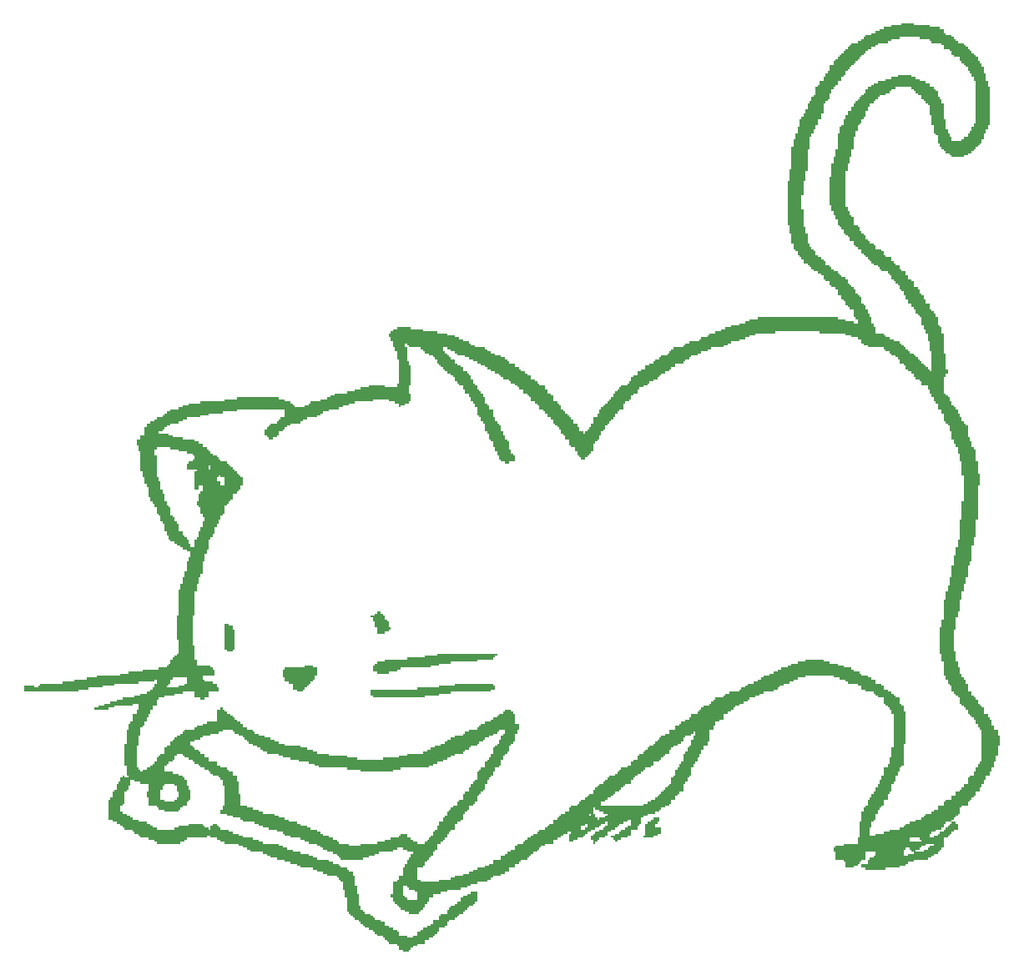
<source format=gbo>
G04*
G04 #@! TF.GenerationSoftware,Altium Limited,Altium Designer,19.0.10 (269)*
G04*
G04 Layer_Color=32896*
%FSLAX25Y25*%
%MOIN*%
G70*
G01*
G75*
G36*
X636200Y479200D02*
X642600D01*
Y478400D01*
X646600D01*
Y477600D01*
X648200D01*
Y476800D01*
Y476000D01*
X649000D01*
Y475200D01*
X651400D01*
Y474400D01*
X652200D01*
Y473600D01*
X653000D01*
Y472800D01*
X653800D01*
Y472000D01*
X656200D01*
Y471200D01*
X657000D01*
Y470400D01*
X657800D01*
Y469600D01*
X658600D01*
Y468800D01*
X659400D01*
Y468000D01*
X660200D01*
Y467200D01*
X661000D01*
Y466400D01*
X661800D01*
Y465600D01*
Y464800D01*
X662600D01*
Y464000D01*
X663400D01*
Y463200D01*
Y462400D01*
X664200D01*
Y461600D01*
Y460800D01*
Y460000D01*
X665000D01*
Y459200D01*
Y458400D01*
Y457600D01*
Y456800D01*
X665800D01*
Y456000D01*
Y455200D01*
Y454400D01*
X666600D01*
Y453600D01*
Y452800D01*
Y452000D01*
Y451200D01*
Y450400D01*
Y449600D01*
Y448800D01*
Y448000D01*
Y447200D01*
Y446400D01*
Y445600D01*
Y444800D01*
Y444000D01*
Y443200D01*
Y442400D01*
Y441600D01*
Y440800D01*
Y440000D01*
Y439200D01*
X665800D01*
Y438400D01*
Y437600D01*
X665000D01*
Y436800D01*
Y436000D01*
X664200D01*
Y435200D01*
Y434400D01*
Y433600D01*
X663400D01*
Y432800D01*
Y432000D01*
X662600D01*
Y431200D01*
X661800D01*
Y430400D01*
X661000D01*
Y429600D01*
X660200D01*
Y428800D01*
X659400D01*
Y428000D01*
X657800D01*
Y427200D01*
X656200D01*
Y426400D01*
X651400D01*
Y427200D01*
X650600D01*
Y428000D01*
X649000D01*
Y428800D01*
X648200D01*
Y429600D01*
X647400D01*
Y430400D01*
X646600D01*
Y431200D01*
Y432000D01*
X645800D01*
Y432800D01*
Y433600D01*
Y434400D01*
Y435200D01*
X645000D01*
Y436000D01*
X644200D01*
Y436800D01*
Y437600D01*
Y438400D01*
Y439200D01*
X643400D01*
Y440000D01*
Y440800D01*
Y441600D01*
Y442400D01*
Y443200D01*
X642600D01*
Y444000D01*
Y444800D01*
Y445600D01*
Y446400D01*
Y447200D01*
X641800D01*
Y448000D01*
X641000D01*
Y448800D01*
X640200D01*
Y449600D01*
X639400D01*
Y450400D01*
Y451200D01*
X637800D01*
Y452000D01*
X637000D01*
Y452800D01*
X636200D01*
Y453600D01*
X635400D01*
Y454400D01*
X629000D01*
Y453600D01*
X627400D01*
Y452800D01*
X626600D01*
Y452000D01*
X625000D01*
Y451200D01*
X622600D01*
Y450400D01*
X621800D01*
Y449600D01*
X621000D01*
Y448800D01*
X620200D01*
Y448000D01*
X618600D01*
Y447200D01*
Y446400D01*
X617800D01*
Y445600D01*
Y444800D01*
X617000D01*
Y444000D01*
Y443200D01*
Y442400D01*
X616200D01*
Y441600D01*
X615400D01*
Y440800D01*
Y440000D01*
X614600D01*
Y439200D01*
X613800D01*
Y438400D01*
Y437600D01*
Y436800D01*
X613000D01*
Y436000D01*
Y435200D01*
Y434400D01*
X612200D01*
Y433600D01*
Y432800D01*
Y432000D01*
Y431200D01*
Y430400D01*
Y429600D01*
X611400D01*
Y428800D01*
Y428000D01*
Y427200D01*
Y426400D01*
X610600D01*
Y425600D01*
Y424800D01*
Y424000D01*
X609800D01*
Y423200D01*
Y422400D01*
Y421600D01*
Y420800D01*
X609000D01*
Y420000D01*
Y419200D01*
Y418400D01*
Y417600D01*
Y416800D01*
Y416000D01*
Y415200D01*
Y414400D01*
Y413600D01*
Y412800D01*
Y412000D01*
Y411200D01*
Y410400D01*
Y409600D01*
Y408800D01*
Y408000D01*
Y407200D01*
Y406400D01*
X609800D01*
Y405600D01*
Y404800D01*
X610600D01*
Y404000D01*
Y403200D01*
X611400D01*
Y402400D01*
X612200D01*
Y401600D01*
Y400800D01*
Y400000D01*
Y399200D01*
X613800D01*
Y398400D01*
X614600D01*
Y397600D01*
Y396800D01*
X615400D01*
Y396000D01*
X616200D01*
Y395200D01*
X617000D01*
Y394400D01*
Y393600D01*
X617800D01*
Y392800D01*
X618600D01*
Y392000D01*
X620200D01*
Y391200D01*
X621000D01*
Y390400D01*
Y389600D01*
X623400D01*
Y388800D01*
X624200D01*
Y388000D01*
Y387200D01*
X625000D01*
Y386400D01*
X627400D01*
Y385600D01*
Y384800D01*
X628200D01*
Y384000D01*
X629000D01*
Y383200D01*
X630600D01*
Y382400D01*
Y381600D01*
X631400D01*
Y380800D01*
X633000D01*
Y380000D01*
Y379200D01*
X633800D01*
Y378400D01*
Y377600D01*
X635400D01*
Y376800D01*
X636200D01*
Y376000D01*
Y375200D01*
Y374400D01*
X637800D01*
Y373600D01*
X638600D01*
Y372800D01*
Y372000D01*
X639400D01*
Y371200D01*
X640200D01*
Y370400D01*
Y369600D01*
X641000D01*
Y368800D01*
Y368000D01*
X642600D01*
Y367200D01*
Y366400D01*
Y365600D01*
X643400D01*
Y364800D01*
X644200D01*
Y364000D01*
X645000D01*
Y363200D01*
Y362400D01*
X645800D01*
Y361600D01*
Y360800D01*
Y360000D01*
Y359200D01*
X646600D01*
Y358400D01*
X647400D01*
Y357600D01*
Y356800D01*
Y356000D01*
X648200D01*
Y355200D01*
Y354400D01*
Y353600D01*
Y352800D01*
Y352000D01*
Y351200D01*
Y350400D01*
Y349600D01*
Y348800D01*
Y348000D01*
X649000D01*
Y347200D01*
Y346400D01*
Y345600D01*
Y344800D01*
Y344000D01*
Y343200D01*
Y342400D01*
Y341600D01*
X649800D01*
Y340800D01*
Y340000D01*
X649000D01*
Y339200D01*
Y338400D01*
X648200D01*
Y337600D01*
Y336800D01*
Y336000D01*
Y335200D01*
Y334400D01*
Y333600D01*
Y332800D01*
Y332000D01*
X649000D01*
Y331200D01*
X649800D01*
Y330400D01*
X650600D01*
Y329600D01*
Y328800D01*
X651400D01*
Y328000D01*
Y327200D01*
X652200D01*
Y326400D01*
X653000D01*
Y325600D01*
X653800D01*
Y324800D01*
Y324000D01*
X654600D01*
Y323200D01*
Y322400D01*
X655400D01*
Y321600D01*
Y320800D01*
X656200D01*
Y320000D01*
X657000D01*
Y319200D01*
X657800D01*
Y318400D01*
Y317600D01*
Y316800D01*
Y316000D01*
Y315200D01*
Y314400D01*
X658600D01*
Y313600D01*
Y312800D01*
X659400D01*
Y312000D01*
Y311200D01*
Y310400D01*
X660200D01*
Y309600D01*
X661000D01*
Y308800D01*
Y308000D01*
Y307200D01*
Y306400D01*
Y305600D01*
Y304800D01*
X661800D01*
Y304000D01*
Y303200D01*
Y302400D01*
Y301600D01*
Y300800D01*
Y300000D01*
X662600D01*
Y299200D01*
Y298400D01*
Y297600D01*
Y296800D01*
Y296000D01*
Y295200D01*
X661800D01*
Y294400D01*
Y293600D01*
Y292800D01*
Y292000D01*
Y291200D01*
Y290400D01*
Y289600D01*
Y288800D01*
Y288000D01*
Y287200D01*
Y286400D01*
Y285600D01*
Y284800D01*
Y284000D01*
Y283200D01*
Y282400D01*
Y281600D01*
X661000D01*
Y280800D01*
Y280000D01*
Y279200D01*
Y278400D01*
Y277600D01*
Y276800D01*
Y276000D01*
Y275200D01*
Y274400D01*
X660200D01*
Y273600D01*
Y272800D01*
Y272000D01*
Y271200D01*
X659400D01*
Y270400D01*
Y269600D01*
Y268800D01*
Y268000D01*
Y267200D01*
Y266400D01*
Y265600D01*
Y264800D01*
X658600D01*
Y264000D01*
Y263200D01*
X657800D01*
Y262400D01*
Y261600D01*
Y260800D01*
Y260000D01*
Y259200D01*
Y258400D01*
X657000D01*
Y257600D01*
Y256800D01*
Y256000D01*
X656200D01*
Y255200D01*
Y254400D01*
Y253600D01*
Y252800D01*
X655400D01*
Y252000D01*
Y251200D01*
Y250400D01*
Y249600D01*
X654600D01*
Y248800D01*
Y248000D01*
Y247200D01*
Y246400D01*
Y245600D01*
Y244800D01*
X653800D01*
Y244000D01*
Y243200D01*
Y242400D01*
X653000D01*
Y241600D01*
Y240800D01*
Y240000D01*
Y239200D01*
Y238400D01*
Y237600D01*
X652200D01*
Y236800D01*
Y236000D01*
Y235200D01*
Y234400D01*
Y233600D01*
Y232800D01*
Y232000D01*
Y231200D01*
Y230400D01*
Y229600D01*
Y228800D01*
X653000D01*
Y228000D01*
Y227200D01*
Y226400D01*
Y225600D01*
Y224800D01*
X653800D01*
Y224000D01*
Y223200D01*
Y222400D01*
X654600D01*
Y221600D01*
Y220800D01*
Y220000D01*
X655400D01*
Y219200D01*
Y218400D01*
X656200D01*
Y217600D01*
X657000D01*
Y216800D01*
Y216000D01*
X657800D01*
Y215200D01*
Y214400D01*
Y213600D01*
Y212800D01*
X659400D01*
Y212000D01*
Y211200D01*
X660200D01*
Y210400D01*
X661000D01*
Y209600D01*
X661800D01*
Y208800D01*
Y208000D01*
X662600D01*
Y207200D01*
X663400D01*
Y206400D01*
X664200D01*
Y205600D01*
Y204800D01*
Y204000D01*
X665800D01*
Y203200D01*
Y202400D01*
X666600D01*
Y201600D01*
X667400D01*
Y200800D01*
Y200000D01*
Y199200D01*
X668200D01*
Y198400D01*
Y197600D01*
X669800D01*
Y196800D01*
Y196000D01*
Y195200D01*
X670600D01*
Y194400D01*
Y193600D01*
Y192800D01*
Y192000D01*
Y191200D01*
X669800D01*
Y190400D01*
Y189600D01*
Y188800D01*
Y188000D01*
Y187200D01*
X669000D01*
Y186400D01*
Y185600D01*
Y184800D01*
X668200D01*
Y184000D01*
Y183200D01*
Y182400D01*
X667400D01*
Y181600D01*
Y180800D01*
X666600D01*
Y180000D01*
Y179200D01*
X665000D01*
Y178400D01*
Y177600D01*
X664200D01*
Y176800D01*
Y176000D01*
X663400D01*
Y175200D01*
Y174400D01*
X662600D01*
Y173600D01*
Y172800D01*
X661000D01*
Y172000D01*
Y171200D01*
X660200D01*
Y170400D01*
X659400D01*
Y169600D01*
X658600D01*
Y168800D01*
X657800D01*
Y168000D01*
Y167200D01*
X655400D01*
Y166400D01*
X654600D01*
Y165600D01*
Y164800D01*
Y164000D01*
X653800D01*
Y163200D01*
X653000D01*
Y162400D01*
X652200D01*
Y161600D01*
X651400D01*
Y160800D01*
X653000D01*
Y160000D01*
X653800D01*
Y159200D01*
Y158400D01*
Y157600D01*
X652200D01*
Y156800D01*
X651400D01*
Y156000D01*
X650600D01*
Y155200D01*
X649800D01*
Y154400D01*
X648200D01*
Y153600D01*
Y152800D01*
Y152000D01*
Y151200D01*
Y150400D01*
X647400D01*
Y149600D01*
X646600D01*
Y148800D01*
X645800D01*
Y148000D01*
X644200D01*
Y147200D01*
X643400D01*
Y146400D01*
X641800D01*
Y145600D01*
X636200D01*
Y144800D01*
X633800D01*
Y144000D01*
X633000D01*
Y143200D01*
X630600D01*
Y142400D01*
X625000D01*
Y141600D01*
X617000D01*
Y142400D01*
X615400D01*
Y143200D01*
Y144000D01*
X617800D01*
Y144800D01*
Y145600D01*
X618600D01*
Y146400D01*
X620200D01*
Y147200D01*
X621000D01*
Y148000D01*
Y148800D01*
X617000D01*
Y148000D01*
Y147200D01*
Y146400D01*
Y145600D01*
X615400D01*
Y144800D01*
X614600D01*
Y144000D01*
X613800D01*
Y143200D01*
X612200D01*
Y142400D01*
X609000D01*
Y143200D01*
Y144000D01*
Y144800D01*
X608200D01*
Y145600D01*
X605000D01*
Y146400D01*
Y147200D01*
Y148000D01*
Y148800D01*
X604200D01*
Y149600D01*
Y150400D01*
X605000D01*
Y151200D01*
X608200D01*
Y152000D01*
X613800D01*
Y152800D01*
Y153600D01*
Y154400D01*
X614600D01*
Y155200D01*
Y156000D01*
Y156800D01*
Y157600D01*
Y158400D01*
Y159200D01*
Y160000D01*
Y160800D01*
X615400D01*
Y161600D01*
Y162400D01*
Y163200D01*
Y164000D01*
Y164800D01*
X616200D01*
Y165600D01*
Y166400D01*
X617000D01*
Y167200D01*
X617800D01*
Y168000D01*
Y168800D01*
Y169600D01*
X618600D01*
Y170400D01*
X619400D01*
Y171200D01*
Y172000D01*
X620200D01*
Y172800D01*
X621000D01*
Y173600D01*
Y174400D01*
X621800D01*
Y175200D01*
Y176000D01*
X622600D01*
Y176800D01*
Y177600D01*
X623400D01*
Y178400D01*
Y179200D01*
X624200D01*
Y180000D01*
Y180800D01*
Y181600D01*
Y182400D01*
X625800D01*
Y183200D01*
Y184000D01*
X626600D01*
Y184800D01*
Y185600D01*
Y186400D01*
X627400D01*
Y187200D01*
Y188000D01*
Y188800D01*
Y189600D01*
Y190400D01*
X628200D01*
Y191200D01*
Y192000D01*
Y192800D01*
Y193600D01*
Y194400D01*
Y195200D01*
Y196000D01*
Y196800D01*
Y197600D01*
Y198400D01*
Y199200D01*
Y200000D01*
Y200800D01*
Y201600D01*
Y202400D01*
Y203200D01*
Y204000D01*
X627400D01*
Y204800D01*
Y205600D01*
X626600D01*
Y206400D01*
X625800D01*
Y207200D01*
X625000D01*
Y208000D01*
X624200D01*
Y208800D01*
Y209600D01*
Y210400D01*
X621800D01*
Y211200D01*
X621000D01*
Y212000D01*
X620200D01*
Y212800D01*
X617000D01*
Y213600D01*
X615400D01*
Y214400D01*
Y215200D01*
X613800D01*
Y216000D01*
X609800D01*
Y216800D01*
X609000D01*
Y217600D01*
X606600D01*
Y218400D01*
X604200D01*
Y219200D01*
X593000D01*
Y218400D01*
X589800D01*
Y217600D01*
X588200D01*
Y216800D01*
X586600D01*
Y216000D01*
X584200D01*
Y215200D01*
X582600D01*
Y214400D01*
X581800D01*
Y213600D01*
X580200D01*
Y212800D01*
X576200D01*
Y212000D01*
X574600D01*
Y211200D01*
X573000D01*
Y210400D01*
X570600D01*
Y209600D01*
X569800D01*
Y208800D01*
X568200D01*
Y208000D01*
X566600D01*
Y207200D01*
X565000D01*
Y206400D01*
X564200D01*
Y205600D01*
X563400D01*
Y204800D01*
X561800D01*
Y204000D01*
X560200D01*
Y203200D01*
Y202400D01*
Y201600D01*
X558600D01*
Y200800D01*
X557000D01*
Y200000D01*
Y199200D01*
X556200D01*
Y198400D01*
Y197600D01*
X554600D01*
Y196800D01*
Y196000D01*
Y195200D01*
Y194400D01*
Y193600D01*
Y192800D01*
X553800D01*
Y192000D01*
Y191200D01*
X552200D01*
Y190400D01*
Y189600D01*
X551400D01*
Y188800D01*
Y188000D01*
X550600D01*
Y187200D01*
Y186400D01*
X549800D01*
Y185600D01*
Y184800D01*
X549000D01*
Y184000D01*
X548200D01*
Y183200D01*
Y182400D01*
X547400D01*
Y181600D01*
Y180800D01*
Y180000D01*
Y179200D01*
X546600D01*
Y178400D01*
X545800D01*
Y177600D01*
Y176800D01*
X545000D01*
Y176000D01*
X544200D01*
Y175200D01*
Y174400D01*
Y173600D01*
Y172800D01*
X542600D01*
Y172000D01*
X541800D01*
Y171200D01*
X541000D01*
Y170400D01*
Y169600D01*
X539400D01*
Y168800D01*
Y168000D01*
X538600D01*
Y167200D01*
X537000D01*
Y166400D01*
X535400D01*
Y165600D01*
X534600D01*
Y164800D01*
X533000D01*
Y164000D01*
X529800D01*
Y163200D01*
X528200D01*
Y162400D01*
X527400D01*
Y161600D01*
Y160800D01*
Y160000D01*
X526600D01*
Y159200D01*
X525800D01*
Y158400D01*
Y157600D01*
X523400D01*
Y156800D01*
Y156000D01*
Y155200D01*
X521800D01*
Y154400D01*
X519400D01*
Y153600D01*
X517800D01*
Y152800D01*
X517000D01*
Y153600D01*
X516200D01*
Y154400D01*
X515400D01*
Y155200D01*
X517000D01*
Y156000D01*
X518600D01*
Y156800D01*
X519400D01*
Y157600D01*
X521000D01*
Y158400D01*
X521800D01*
Y159200D01*
X523400D01*
Y160000D01*
Y160800D01*
Y161600D01*
X521800D01*
Y160800D01*
X520200D01*
Y160000D01*
X518600D01*
Y159200D01*
X517800D01*
Y158400D01*
X517000D01*
Y157600D01*
X515400D01*
Y156800D01*
X513800D01*
Y156000D01*
Y155200D01*
X513000D01*
Y154400D01*
X510600D01*
Y153600D01*
X509800D01*
Y152800D01*
X509000D01*
Y152000D01*
X508200D01*
Y152800D01*
Y153600D01*
X507400D01*
Y154400D01*
Y155200D01*
X508200D01*
Y156000D01*
X509000D01*
Y156800D01*
X510600D01*
Y157600D01*
X512200D01*
Y158400D01*
X513000D01*
Y159200D01*
X513800D01*
Y160000D01*
Y160800D01*
X513000D01*
Y160000D01*
X511400D01*
Y159200D01*
X510600D01*
Y158400D01*
X509000D01*
Y157600D01*
X507400D01*
Y156800D01*
X505800D01*
Y156000D01*
X505000D01*
Y155200D01*
X504200D01*
Y154400D01*
X501800D01*
Y153600D01*
X500200D01*
Y152800D01*
X498600D01*
Y153600D01*
Y154400D01*
Y155200D01*
Y156000D01*
X499400D01*
Y156800D01*
X497800D01*
Y156000D01*
X496200D01*
Y155200D01*
X495400D01*
Y154400D01*
X493800D01*
Y153600D01*
X492200D01*
Y152800D01*
Y152000D01*
X489000D01*
Y151200D01*
X487400D01*
Y150400D01*
X486600D01*
Y149600D01*
X485800D01*
Y148800D01*
X484200D01*
Y148000D01*
X483400D01*
Y147200D01*
X482600D01*
Y146400D01*
X481800D01*
Y145600D01*
X479400D01*
Y144800D01*
X478600D01*
Y144000D01*
X477000D01*
Y143200D01*
Y142400D01*
X474600D01*
Y141600D01*
Y140800D01*
X473000D01*
Y140000D01*
X471400D01*
Y139200D01*
X468200D01*
Y138400D01*
X467400D01*
Y137600D01*
X465800D01*
Y136800D01*
X461800D01*
Y136000D01*
X459400D01*
Y135200D01*
X457800D01*
Y134400D01*
X455400D01*
Y133600D01*
X449800D01*
Y132800D01*
X447400D01*
Y132000D01*
X444200D01*
Y131200D01*
Y130400D01*
X442600D01*
Y129600D01*
Y128800D01*
X441800D01*
Y128000D01*
X441000D01*
Y127200D01*
Y126400D01*
X440200D01*
Y125600D01*
X439400D01*
Y124800D01*
X438600D01*
Y124000D01*
X434600D01*
Y124800D01*
X433000D01*
Y125600D01*
X431400D01*
Y126400D01*
X430600D01*
Y127200D01*
X429800D01*
Y128000D01*
X429000D01*
Y128800D01*
X428200D01*
Y129600D01*
Y130400D01*
X427400D01*
Y131200D01*
Y132000D01*
X428200D01*
Y132800D01*
Y133600D01*
Y134400D01*
Y135200D01*
Y136000D01*
Y136800D01*
X429800D01*
Y137600D01*
X430600D01*
Y138400D01*
Y139200D01*
X432200D01*
Y140000D01*
Y140800D01*
Y141600D01*
Y142400D01*
X433000D01*
Y143200D01*
Y144000D01*
X433800D01*
Y144800D01*
Y145600D01*
X434600D01*
Y146400D01*
X435400D01*
Y147200D01*
Y148000D01*
X436200D01*
Y148800D01*
X433800D01*
Y149600D01*
X432200D01*
Y150400D01*
X429800D01*
Y149600D01*
X428200D01*
Y148800D01*
X422600D01*
Y148000D01*
X421000D01*
Y147200D01*
X418600D01*
Y146400D01*
X416200D01*
Y145600D01*
X407400D01*
Y146400D01*
X406600D01*
Y147200D01*
X405800D01*
Y148000D01*
X404200D01*
Y148800D01*
X401800D01*
Y149600D01*
X400200D01*
Y150400D01*
X399400D01*
Y151200D01*
X397800D01*
Y152000D01*
X394600D01*
Y152800D01*
X393000D01*
Y153600D01*
X391400D01*
Y154400D01*
X387400D01*
Y155200D01*
X385000D01*
Y156000D01*
X384200D01*
Y156800D01*
X381800D01*
Y157600D01*
X378600D01*
Y158400D01*
X376200D01*
Y159200D01*
X374600D01*
Y160000D01*
X373000D01*
Y160800D01*
X368200D01*
Y161600D01*
X367400D01*
Y162400D01*
X364200D01*
Y163200D01*
X361800D01*
Y164000D01*
X359400D01*
Y164800D01*
Y165600D01*
X360200D01*
Y166400D01*
Y167200D01*
X361000D01*
Y168000D01*
Y168800D01*
Y169600D01*
Y170400D01*
Y171200D01*
Y172000D01*
Y172800D01*
Y173600D01*
Y174400D01*
Y175200D01*
X360200D01*
Y176000D01*
Y176800D01*
Y177600D01*
X359400D01*
Y178400D01*
X358600D01*
Y179200D01*
X356200D01*
Y180000D01*
X355400D01*
Y180800D01*
X354600D01*
Y181600D01*
X353000D01*
Y182400D01*
X351400D01*
Y183200D01*
X350600D01*
Y184000D01*
X349000D01*
Y184800D01*
X348200D01*
Y185600D01*
X346600D01*
Y186400D01*
X345000D01*
Y187200D01*
X344200D01*
Y188000D01*
X341800D01*
Y187200D01*
X341000D01*
Y186400D01*
Y185600D01*
X340200D01*
Y184800D01*
X338600D01*
Y184000D01*
X337800D01*
Y183200D01*
X337000D01*
Y182400D01*
Y181600D01*
Y180800D01*
X340200D01*
Y180000D01*
X342600D01*
Y179200D01*
X344200D01*
Y178400D01*
X345000D01*
Y177600D01*
X345800D01*
Y176800D01*
Y176000D01*
Y175200D01*
X346600D01*
Y174400D01*
Y173600D01*
X347400D01*
Y172800D01*
Y172000D01*
Y171200D01*
Y170400D01*
Y169600D01*
X346600D01*
Y168800D01*
X345800D01*
Y168000D01*
Y167200D01*
X344200D01*
Y166400D01*
X343400D01*
Y165600D01*
X342600D01*
Y164800D01*
X337000D01*
Y165600D01*
X334600D01*
Y166400D01*
X333800D01*
Y167200D01*
X330600D01*
Y168000D01*
Y168800D01*
Y169600D01*
Y170400D01*
X329800D01*
Y171200D01*
Y172000D01*
Y172800D01*
X330600D01*
Y173600D01*
Y174400D01*
Y175200D01*
Y176000D01*
X327400D01*
Y176800D01*
X325000D01*
Y177600D01*
X323400D01*
Y176800D01*
Y176000D01*
Y175200D01*
X322600D01*
Y174400D01*
Y173600D01*
X321800D01*
Y172800D01*
X321000D01*
Y172000D01*
Y171200D01*
Y170400D01*
Y169600D01*
Y168800D01*
Y168000D01*
X320200D01*
Y167200D01*
X319400D01*
Y166400D01*
Y165600D01*
Y164800D01*
X320200D01*
Y164000D01*
X321800D01*
Y163200D01*
X323400D01*
Y162400D01*
X324200D01*
Y161600D01*
X326600D01*
Y160800D01*
X329800D01*
Y160000D01*
X331400D01*
Y159200D01*
X332200D01*
Y158400D01*
X333800D01*
Y157600D01*
X341000D01*
Y158400D01*
X342600D01*
Y159200D01*
X346600D01*
Y160000D01*
X352200D01*
Y159200D01*
X353000D01*
Y158400D01*
X354600D01*
Y157600D01*
X355400D01*
Y158400D01*
Y159200D01*
X356200D01*
Y160000D01*
X357800D01*
Y159200D01*
X358600D01*
Y158400D01*
X359400D01*
Y157600D01*
X362600D01*
Y156800D01*
X364200D01*
Y156000D01*
X366600D01*
Y155200D01*
X368200D01*
Y154400D01*
X372200D01*
Y153600D01*
X374600D01*
Y152800D01*
X376200D01*
Y152000D01*
X382600D01*
Y151200D01*
X384200D01*
Y150400D01*
X385800D01*
Y149600D01*
X388200D01*
Y148800D01*
X391400D01*
Y148000D01*
X394600D01*
Y147200D01*
X396200D01*
Y146400D01*
X397800D01*
Y145600D01*
X402600D01*
Y144800D01*
X404200D01*
Y144000D01*
X406600D01*
Y143200D01*
X407400D01*
Y142400D01*
X409800D01*
Y141600D01*
X410600D01*
Y140800D01*
X412200D01*
Y140000D01*
Y139200D01*
X413000D01*
Y138400D01*
Y137600D01*
Y136800D01*
Y136000D01*
Y135200D01*
X413800D01*
Y134400D01*
Y133600D01*
Y132800D01*
Y132000D01*
X414600D01*
Y131200D01*
Y130400D01*
Y129600D01*
Y128800D01*
Y128000D01*
Y127200D01*
X415400D01*
Y126400D01*
Y125600D01*
X416200D01*
Y124800D01*
X417000D01*
Y124000D01*
X419400D01*
Y123200D01*
X420200D01*
Y122400D01*
X421000D01*
Y121600D01*
X423400D01*
Y120800D01*
X425000D01*
Y120000D01*
Y119200D01*
X426600D01*
Y118400D01*
X428200D01*
Y117600D01*
X429800D01*
Y116800D01*
X430600D01*
Y116000D01*
Y115200D01*
X433800D01*
Y114400D01*
X436200D01*
Y115200D01*
X437800D01*
Y116000D01*
Y116800D01*
X439400D01*
Y117600D01*
X440200D01*
Y118400D01*
X441800D01*
Y119200D01*
X443400D01*
Y120000D01*
X444200D01*
Y120800D01*
Y121600D01*
X446600D01*
Y122400D01*
Y123200D01*
X447400D01*
Y124000D01*
X449800D01*
Y124800D01*
Y125600D01*
X450600D01*
Y126400D01*
X451400D01*
Y127200D01*
X453000D01*
Y128000D01*
X453800D01*
Y128800D01*
X455400D01*
Y129600D01*
Y130400D01*
X456200D01*
Y131200D01*
X457800D01*
Y132000D01*
X459400D01*
Y132800D01*
X461800D01*
Y132000D01*
Y131200D01*
Y130400D01*
Y129600D01*
Y128800D01*
X461000D01*
Y128000D01*
X460200D01*
Y127200D01*
X458600D01*
Y126400D01*
X457800D01*
Y125600D01*
X457000D01*
Y124800D01*
X456200D01*
Y124000D01*
X454600D01*
Y123200D01*
X453800D01*
Y122400D01*
X453000D01*
Y121600D01*
X450600D01*
Y120800D01*
X449800D01*
Y120000D01*
Y119200D01*
X449000D01*
Y118400D01*
X446600D01*
Y117600D01*
Y116800D01*
X445800D01*
Y116000D01*
X445000D01*
Y115200D01*
X444200D01*
Y114400D01*
X442600D01*
Y113600D01*
X441000D01*
Y112800D01*
Y112000D01*
X437800D01*
Y111200D01*
X436200D01*
Y110400D01*
X435400D01*
Y109600D01*
X434600D01*
Y108800D01*
X432200D01*
Y109600D01*
X430600D01*
Y110400D01*
Y111200D01*
X429800D01*
Y112000D01*
X426600D01*
Y112800D01*
X425800D01*
Y113600D01*
X425000D01*
Y114400D01*
X424200D01*
Y115200D01*
X421800D01*
Y116000D01*
X421000D01*
Y116800D01*
X420200D01*
Y117600D01*
X418600D01*
Y118400D01*
X417000D01*
Y119200D01*
X416200D01*
Y120000D01*
X415400D01*
Y120800D01*
X414600D01*
Y121600D01*
X413000D01*
Y122400D01*
X412200D01*
Y123200D01*
X411400D01*
Y124000D01*
X410600D01*
Y124800D01*
X409800D01*
Y125600D01*
Y126400D01*
Y127200D01*
Y128000D01*
Y128800D01*
Y129600D01*
Y130400D01*
X409000D01*
Y131200D01*
Y132000D01*
Y132800D01*
Y133600D01*
X408200D01*
Y134400D01*
Y135200D01*
Y136000D01*
Y136800D01*
X407400D01*
Y137600D01*
X406600D01*
Y138400D01*
X405800D01*
Y139200D01*
X401800D01*
Y140000D01*
X400200D01*
Y140800D01*
X397800D01*
Y141600D01*
X396200D01*
Y142400D01*
X391400D01*
Y143200D01*
X389800D01*
Y144000D01*
X387400D01*
Y144800D01*
X385000D01*
Y145600D01*
X381800D01*
Y146400D01*
X379400D01*
Y147200D01*
X377800D01*
Y148000D01*
X376200D01*
Y148800D01*
X371400D01*
Y149600D01*
X369800D01*
Y150400D01*
X368200D01*
Y151200D01*
X366600D01*
Y152000D01*
X361000D01*
Y152800D01*
X359400D01*
Y153600D01*
X357800D01*
Y154400D01*
X355400D01*
Y155200D01*
X353800D01*
Y154400D01*
X345800D01*
Y153600D01*
X345000D01*
Y152800D01*
X343400D01*
Y152000D01*
X333800D01*
Y152800D01*
X333000D01*
Y153600D01*
X330600D01*
Y154400D01*
X327400D01*
Y155200D01*
X326600D01*
Y156000D01*
X325000D01*
Y156800D01*
X324200D01*
Y157600D01*
X321000D01*
Y158400D01*
X320200D01*
Y159200D01*
X319400D01*
Y160000D01*
X317800D01*
Y160800D01*
X316200D01*
Y161600D01*
X314600D01*
Y162400D01*
Y163200D01*
Y164000D01*
Y164800D01*
Y165600D01*
Y166400D01*
Y167200D01*
Y168000D01*
Y168800D01*
Y169600D01*
X315400D01*
Y170400D01*
X316200D01*
Y171200D01*
Y172000D01*
Y172800D01*
X317000D01*
Y173600D01*
X317800D01*
Y174400D01*
Y175200D01*
Y176000D01*
X318600D01*
Y176800D01*
X319400D01*
Y177600D01*
Y178400D01*
X320200D01*
Y179200D01*
X321000D01*
Y178400D01*
X322600D01*
Y179200D01*
X321800D01*
Y180000D01*
Y180800D01*
Y181600D01*
Y182400D01*
Y183200D01*
X321000D01*
Y184000D01*
Y184800D01*
Y185600D01*
Y186400D01*
Y187200D01*
Y188000D01*
Y188800D01*
Y189600D01*
Y190400D01*
Y191200D01*
Y192000D01*
X321800D01*
Y192800D01*
Y193600D01*
Y194400D01*
Y195200D01*
Y196000D01*
Y196800D01*
Y197600D01*
X322600D01*
Y198400D01*
Y199200D01*
Y200000D01*
X323400D01*
Y200800D01*
X324200D01*
Y201600D01*
Y202400D01*
Y203200D01*
Y204000D01*
X325800D01*
Y204800D01*
Y205600D01*
X326600D01*
Y206400D01*
Y207200D01*
Y208000D01*
X324200D01*
Y207200D01*
X317000D01*
Y206400D01*
X314600D01*
Y205600D01*
X309000D01*
Y206400D01*
X310600D01*
Y207200D01*
X313000D01*
Y208000D01*
X315400D01*
Y208800D01*
X317800D01*
Y209600D01*
X320200D01*
Y210400D01*
X325000D01*
Y211200D01*
X327400D01*
Y212000D01*
X329800D01*
Y212800D01*
X331400D01*
Y213600D01*
X332200D01*
Y214400D01*
X333000D01*
Y215200D01*
Y216000D01*
X333800D01*
Y216800D01*
Y217600D01*
X333000D01*
Y216800D01*
X326600D01*
Y216000D01*
X317000D01*
Y215200D01*
X312200D01*
Y214400D01*
X306600D01*
Y213600D01*
X302600D01*
Y212800D01*
X281000D01*
Y213600D01*
Y214400D01*
Y215200D01*
X285000D01*
Y214400D01*
X286600D01*
Y215200D01*
X287400D01*
Y216000D01*
X296200D01*
Y216800D01*
X301000D01*
Y217600D01*
X305800D01*
Y218400D01*
X309800D01*
Y219200D01*
X319400D01*
Y220000D01*
X322600D01*
Y220800D01*
X328200D01*
Y221600D01*
X334600D01*
Y222400D01*
X337800D01*
Y223200D01*
X338600D01*
Y224000D01*
X339400D01*
Y224800D01*
Y225600D01*
X340200D01*
Y226400D01*
X341000D01*
Y227200D01*
X341800D01*
Y228000D01*
X342600D01*
Y228800D01*
Y229600D01*
Y230400D01*
Y231200D01*
Y232000D01*
Y232800D01*
Y233600D01*
X341800D01*
Y234400D01*
Y235200D01*
Y236000D01*
Y236800D01*
Y237600D01*
Y238400D01*
Y239200D01*
Y240000D01*
Y240800D01*
Y241600D01*
Y242400D01*
Y243200D01*
X342600D01*
Y244000D01*
Y244800D01*
Y245600D01*
Y246400D01*
Y247200D01*
Y248000D01*
Y248800D01*
Y249600D01*
Y250400D01*
Y251200D01*
Y252000D01*
Y252800D01*
Y253600D01*
X343400D01*
Y254400D01*
Y255200D01*
Y256000D01*
X344200D01*
Y256800D01*
Y257600D01*
Y258400D01*
X345000D01*
Y259200D01*
Y260000D01*
Y260800D01*
X345800D01*
Y261600D01*
Y262400D01*
Y263200D01*
Y264000D01*
Y264800D01*
X346600D01*
Y265600D01*
Y266400D01*
X347400D01*
Y267200D01*
Y268000D01*
Y268800D01*
X345800D01*
Y269600D01*
X344200D01*
Y270400D01*
X343400D01*
Y271200D01*
X341800D01*
Y272000D01*
X341000D01*
Y272800D01*
X339400D01*
Y273600D01*
X338600D01*
Y274400D01*
Y275200D01*
X337800D01*
Y276000D01*
Y276800D01*
X337000D01*
Y277600D01*
Y278400D01*
Y279200D01*
Y280000D01*
X336200D01*
Y280800D01*
X335400D01*
Y281600D01*
Y282400D01*
Y283200D01*
X334600D01*
Y284000D01*
X333800D01*
Y284800D01*
Y285600D01*
Y286400D01*
X333000D01*
Y287200D01*
Y288000D01*
X332200D01*
Y288800D01*
X331400D01*
Y289600D01*
Y290400D01*
X330600D01*
Y291200D01*
Y292000D01*
Y292800D01*
Y293600D01*
Y294400D01*
X329800D01*
Y295200D01*
Y296000D01*
X329000D01*
Y296800D01*
Y297600D01*
Y298400D01*
X328200D01*
Y299200D01*
Y300000D01*
Y300800D01*
X327400D01*
Y301600D01*
Y302400D01*
Y303200D01*
Y304000D01*
Y304800D01*
Y305600D01*
Y306400D01*
Y307200D01*
Y308000D01*
Y308800D01*
X326600D01*
Y309600D01*
Y310400D01*
Y311200D01*
X325800D01*
Y312000D01*
Y312800D01*
Y313600D01*
X327400D01*
Y314400D01*
Y315200D01*
X329000D01*
Y316000D01*
Y316800D01*
Y317600D01*
Y318400D01*
X329800D01*
Y319200D01*
Y320000D01*
X331400D01*
Y320800D01*
X333000D01*
Y321600D01*
X333800D01*
Y322400D01*
X336200D01*
Y323200D01*
X337000D01*
Y324000D01*
X337800D01*
Y324800D01*
X339400D01*
Y325600D01*
X342600D01*
Y326400D01*
X344200D01*
Y327200D01*
X346600D01*
Y328000D01*
X351400D01*
Y328800D01*
X361000D01*
Y329600D01*
X365800D01*
Y330400D01*
X382600D01*
Y329600D01*
X385000D01*
Y328800D01*
X387400D01*
Y328000D01*
X388200D01*
Y327200D01*
X389000D01*
Y326400D01*
X393000D01*
Y327200D01*
X394600D01*
Y328000D01*
X395400D01*
Y328800D01*
X399400D01*
Y329600D01*
X401800D01*
Y330400D01*
X403400D01*
Y331200D01*
X405000D01*
Y332000D01*
X409800D01*
Y332800D01*
X413000D01*
Y333600D01*
X415400D01*
Y334400D01*
X418600D01*
Y335200D01*
X425000D01*
Y334400D01*
X429800D01*
Y335200D01*
Y336000D01*
X430600D01*
Y336800D01*
Y337600D01*
Y338400D01*
Y339200D01*
Y340000D01*
Y340800D01*
Y341600D01*
Y342400D01*
Y343200D01*
Y344000D01*
Y344800D01*
Y345600D01*
X429800D01*
Y346400D01*
Y347200D01*
Y348000D01*
Y348800D01*
X429000D01*
Y349600D01*
Y350400D01*
X428200D01*
Y351200D01*
Y352000D01*
Y352800D01*
X427400D01*
Y353600D01*
Y354400D01*
X426600D01*
Y355200D01*
Y356000D01*
X427400D01*
Y356800D01*
X428200D01*
Y357600D01*
X429800D01*
Y358400D01*
X435400D01*
Y357600D01*
X440200D01*
Y356800D01*
X445800D01*
Y356000D01*
X449800D01*
Y355200D01*
X453000D01*
Y354400D01*
X454600D01*
Y353600D01*
X456200D01*
Y352800D01*
X458600D01*
Y352000D01*
X459400D01*
Y351200D01*
X461000D01*
Y350400D01*
X465000D01*
Y349600D01*
X465800D01*
Y348800D01*
X467400D01*
Y348000D01*
X469000D01*
Y347200D01*
X471400D01*
Y346400D01*
X473000D01*
Y345600D01*
X473800D01*
Y344800D01*
X474600D01*
Y344000D01*
X477000D01*
Y343200D01*
Y342400D01*
X478600D01*
Y341600D01*
X479400D01*
Y340800D01*
X481000D01*
Y340000D01*
X481800D01*
Y339200D01*
X483400D01*
Y338400D01*
Y337600D01*
X485000D01*
Y336800D01*
X485800D01*
Y336000D01*
X486600D01*
Y335200D01*
X489000D01*
Y334400D01*
Y333600D01*
X489800D01*
Y332800D01*
Y332000D01*
X491400D01*
Y331200D01*
X492200D01*
Y330400D01*
Y329600D01*
Y328800D01*
X493800D01*
Y328000D01*
X494600D01*
Y327200D01*
X495400D01*
Y326400D01*
Y325600D01*
X496200D01*
Y324800D01*
X497000D01*
Y324000D01*
X497800D01*
Y323200D01*
X498600D01*
Y322400D01*
X499400D01*
Y321600D01*
X500200D01*
Y320800D01*
Y320000D01*
X501800D01*
Y319200D01*
Y318400D01*
X502600D01*
Y317600D01*
Y316800D01*
X504200D01*
Y316000D01*
X505000D01*
Y316800D01*
X505800D01*
Y317600D01*
X506600D01*
Y318400D01*
X507400D01*
Y319200D01*
Y320000D01*
X508200D01*
Y320800D01*
Y321600D01*
Y322400D01*
X509800D01*
Y323200D01*
Y324000D01*
X510600D01*
Y324800D01*
Y325600D01*
X511400D01*
Y326400D01*
X512200D01*
Y327200D01*
X513000D01*
Y328000D01*
X513800D01*
Y328800D01*
X514600D01*
Y329600D01*
X515400D01*
Y330400D01*
X516200D01*
Y331200D01*
Y332000D01*
X517000D01*
Y332800D01*
X517800D01*
Y333600D01*
X518600D01*
Y334400D01*
X519400D01*
Y335200D01*
X521800D01*
Y336000D01*
X522600D01*
Y336800D01*
X523400D01*
Y337600D01*
Y338400D01*
X524200D01*
Y339200D01*
X525800D01*
Y340000D01*
Y340800D01*
X527400D01*
Y341600D01*
X529000D01*
Y342400D01*
Y343200D01*
X530600D01*
Y344000D01*
X532200D01*
Y344800D01*
X533000D01*
Y345600D01*
X534600D01*
Y346400D01*
X535400D01*
Y347200D01*
X537800D01*
Y348000D01*
X538600D01*
Y348800D01*
X539400D01*
Y349600D01*
X540200D01*
Y350400D01*
X544200D01*
Y351200D01*
X545000D01*
Y352000D01*
X546600D01*
Y352800D01*
X550600D01*
Y353600D01*
X551400D01*
Y354400D01*
X553800D01*
Y355200D01*
X554600D01*
Y356000D01*
X557000D01*
Y356800D01*
X559400D01*
Y357600D01*
X561000D01*
Y358400D01*
X563400D01*
Y359200D01*
X566600D01*
Y360000D01*
X569000D01*
Y360800D01*
X570600D01*
Y361600D01*
X573800D01*
Y362400D01*
X605800D01*
Y361600D01*
X609000D01*
Y360800D01*
X612200D01*
Y360000D01*
X613800D01*
Y360800D01*
Y361600D01*
X613000D01*
Y362400D01*
X612200D01*
Y363200D01*
Y364000D01*
Y364800D01*
Y365600D01*
X610600D01*
Y366400D01*
X609800D01*
Y367200D01*
X609000D01*
Y368000D01*
Y368800D01*
X608200D01*
Y369600D01*
X607400D01*
Y370400D01*
Y371200D01*
X605800D01*
Y372000D01*
Y372800D01*
Y373600D01*
X605000D01*
Y374400D01*
X603400D01*
Y375200D01*
X602600D01*
Y376000D01*
Y376800D01*
X601000D01*
Y377600D01*
X600200D01*
Y378400D01*
Y379200D01*
X599400D01*
Y380000D01*
X597800D01*
Y380800D01*
X596200D01*
Y381600D01*
X595400D01*
Y382400D01*
X594600D01*
Y383200D01*
X593800D01*
Y384000D01*
X592200D01*
Y384800D01*
Y385600D01*
X591400D01*
Y386400D01*
X590600D01*
Y387200D01*
X589800D01*
Y388000D01*
Y388800D01*
X589000D01*
Y389600D01*
X588200D01*
Y390400D01*
Y391200D01*
Y392000D01*
X587400D01*
Y392800D01*
Y393600D01*
Y394400D01*
Y395200D01*
Y396000D01*
X586600D01*
Y396800D01*
Y397600D01*
Y398400D01*
Y399200D01*
X585800D01*
Y400000D01*
Y400800D01*
Y401600D01*
Y402400D01*
Y403200D01*
Y404000D01*
Y404800D01*
Y405600D01*
Y406400D01*
Y407200D01*
Y408000D01*
Y408800D01*
Y409600D01*
Y410400D01*
Y411200D01*
Y412000D01*
Y412800D01*
Y413600D01*
Y414400D01*
Y415200D01*
Y416000D01*
Y416800D01*
X586600D01*
Y417600D01*
Y418400D01*
Y419200D01*
Y420000D01*
Y420800D01*
Y421600D01*
X587400D01*
Y422400D01*
Y423200D01*
Y424000D01*
Y424800D01*
Y425600D01*
Y426400D01*
Y427200D01*
Y428000D01*
Y428800D01*
Y429600D01*
Y430400D01*
X588200D01*
Y431200D01*
Y432000D01*
Y432800D01*
Y433600D01*
X589000D01*
Y434400D01*
Y435200D01*
Y436000D01*
X589800D01*
Y436800D01*
Y437600D01*
Y438400D01*
X590600D01*
Y439200D01*
Y440000D01*
Y440800D01*
Y441600D01*
X591400D01*
Y442400D01*
X592200D01*
Y443200D01*
Y444000D01*
X593000D01*
Y444800D01*
Y445600D01*
X593800D01*
Y446400D01*
Y447200D01*
Y448000D01*
X594600D01*
Y448800D01*
X595400D01*
Y449600D01*
Y450400D01*
X596200D01*
Y451200D01*
X597000D01*
Y452000D01*
Y452800D01*
Y453600D01*
Y454400D01*
X597800D01*
Y455200D01*
X598600D01*
Y456000D01*
Y456800D01*
X600200D01*
Y457600D01*
Y458400D01*
X601000D01*
Y459200D01*
Y460000D01*
X601800D01*
Y460800D01*
X602600D01*
Y461600D01*
Y462400D01*
Y463200D01*
X604200D01*
Y464000D01*
Y464800D01*
X605000D01*
Y465600D01*
X605800D01*
Y466400D01*
X606600D01*
Y467200D01*
X607400D01*
Y468000D01*
X608200D01*
Y468800D01*
X609000D01*
Y469600D01*
X609800D01*
Y470400D01*
X610600D01*
Y471200D01*
X611400D01*
Y472000D01*
X613800D01*
Y472800D01*
X615400D01*
Y473600D01*
X616200D01*
Y474400D01*
X617000D01*
Y475200D01*
X619400D01*
Y476000D01*
X621000D01*
Y476800D01*
X622600D01*
Y477600D01*
X624200D01*
Y478400D01*
X627400D01*
Y479200D01*
X631400D01*
Y480000D01*
X636200D01*
Y479200D01*
D02*
G37*
G36*
X534600Y161600D02*
Y160800D01*
X533800D01*
Y160000D01*
X533000D01*
Y159200D01*
Y158400D01*
X535400D01*
Y157600D01*
Y156800D01*
Y156000D01*
X533800D01*
Y155200D01*
X532200D01*
Y154400D01*
X528200D01*
Y155200D01*
X529000D01*
Y156000D01*
Y156800D01*
Y157600D01*
Y158400D01*
Y159200D01*
Y160000D01*
X529800D01*
Y160800D01*
X531400D01*
Y161600D01*
X532200D01*
Y162400D01*
X534600D01*
Y161600D01*
D02*
G37*
%LPC*%
G36*
X638600Y474400D02*
X630600D01*
Y473600D01*
X627400D01*
Y472800D01*
X625800D01*
Y472000D01*
X621800D01*
Y471200D01*
X621000D01*
Y470400D01*
X619400D01*
Y469600D01*
X617800D01*
Y468800D01*
X617000D01*
Y468000D01*
X616200D01*
Y467200D01*
X615400D01*
Y466400D01*
X614600D01*
Y465600D01*
X613800D01*
Y464800D01*
X613000D01*
Y464000D01*
X612200D01*
Y463200D01*
X611400D01*
Y462400D01*
X610600D01*
Y461600D01*
X609800D01*
Y460800D01*
X609000D01*
Y460000D01*
Y459200D01*
X608200D01*
Y458400D01*
X607400D01*
Y457600D01*
Y456800D01*
X605800D01*
Y456000D01*
Y455200D01*
X605000D01*
Y454400D01*
X604200D01*
Y453600D01*
X603400D01*
Y452800D01*
Y452000D01*
X602600D01*
Y451200D01*
Y450400D01*
Y449600D01*
X601800D01*
Y448800D01*
X601000D01*
Y448000D01*
X600200D01*
Y447200D01*
Y446400D01*
Y445600D01*
Y444800D01*
Y444000D01*
X599400D01*
Y443200D01*
Y442400D01*
Y441600D01*
X597800D01*
Y440800D01*
Y440000D01*
Y439200D01*
X597000D01*
Y438400D01*
Y437600D01*
X596200D01*
Y436800D01*
Y436000D01*
X595400D01*
Y435200D01*
Y434400D01*
X594600D01*
Y433600D01*
Y432800D01*
Y432000D01*
Y431200D01*
Y430400D01*
Y429600D01*
X593800D01*
Y428800D01*
Y428000D01*
Y427200D01*
Y426400D01*
Y425600D01*
Y424800D01*
Y424000D01*
Y423200D01*
Y422400D01*
Y421600D01*
Y420800D01*
X593000D01*
Y420000D01*
Y419200D01*
Y418400D01*
Y417600D01*
Y416800D01*
X592200D01*
Y416000D01*
Y415200D01*
Y414400D01*
Y413600D01*
Y412800D01*
Y412000D01*
Y411200D01*
X591400D01*
Y410400D01*
Y409600D01*
Y408800D01*
Y408000D01*
Y407200D01*
Y406400D01*
Y405600D01*
X592200D01*
Y404800D01*
Y404000D01*
Y403200D01*
Y402400D01*
Y401600D01*
Y400800D01*
Y400000D01*
Y399200D01*
Y398400D01*
X593000D01*
Y397600D01*
Y396800D01*
Y396000D01*
X593800D01*
Y395200D01*
Y394400D01*
Y393600D01*
Y392800D01*
Y392000D01*
X594600D01*
Y391200D01*
Y390400D01*
X595400D01*
Y389600D01*
X596200D01*
Y388800D01*
X597000D01*
Y388000D01*
Y387200D01*
X597800D01*
Y386400D01*
X599400D01*
Y385600D01*
X600200D01*
Y384800D01*
X601000D01*
Y384000D01*
Y383200D01*
X602600D01*
Y382400D01*
X603400D01*
Y381600D01*
X604200D01*
Y380800D01*
X605800D01*
Y380000D01*
X606600D01*
Y379200D01*
X607400D01*
Y378400D01*
X609000D01*
Y377600D01*
X609800D01*
Y376800D01*
Y376000D01*
X610600D01*
Y375200D01*
X611400D01*
Y374400D01*
X612200D01*
Y373600D01*
X613000D01*
Y372800D01*
Y372000D01*
X613800D01*
Y371200D01*
X614600D01*
Y370400D01*
X615400D01*
Y369600D01*
Y368800D01*
Y368000D01*
X616200D01*
Y367200D01*
X617000D01*
Y366400D01*
Y365600D01*
X617800D01*
Y364800D01*
Y364000D01*
X618600D01*
Y363200D01*
Y362400D01*
X619400D01*
Y361600D01*
Y360800D01*
Y360000D01*
X620200D01*
Y359200D01*
Y358400D01*
X621000D01*
Y357600D01*
Y356800D01*
Y356000D01*
X624200D01*
Y355200D01*
X625000D01*
Y354400D01*
X626600D01*
Y353600D01*
X628200D01*
Y352800D01*
X630600D01*
Y352000D01*
X631400D01*
Y351200D01*
X632200D01*
Y350400D01*
X633000D01*
Y349600D01*
X633800D01*
Y348800D01*
X634600D01*
Y348000D01*
X636200D01*
Y347200D01*
X637000D01*
Y346400D01*
X637800D01*
Y345600D01*
X638600D01*
Y344800D01*
X639400D01*
Y344000D01*
X640200D01*
Y343200D01*
X641000D01*
Y342400D01*
X641800D01*
Y341600D01*
X642600D01*
Y340800D01*
X643400D01*
Y341600D01*
Y342400D01*
Y343200D01*
Y344000D01*
Y344800D01*
Y345600D01*
Y346400D01*
Y347200D01*
Y348000D01*
Y348800D01*
X642600D01*
Y349600D01*
Y350400D01*
Y351200D01*
Y352000D01*
Y352800D01*
X641800D01*
Y353600D01*
Y354400D01*
Y355200D01*
Y356000D01*
X641000D01*
Y356800D01*
Y357600D01*
X640200D01*
Y358400D01*
Y359200D01*
X639400D01*
Y360000D01*
Y360800D01*
Y361600D01*
Y362400D01*
X638600D01*
Y363200D01*
X637800D01*
Y364000D01*
X637000D01*
Y364800D01*
Y365600D01*
X636200D01*
Y366400D01*
X635400D01*
Y367200D01*
Y368000D01*
X633800D01*
Y368800D01*
Y369600D01*
X633000D01*
Y370400D01*
Y371200D01*
X632200D01*
Y372000D01*
Y372800D01*
X631400D01*
Y373600D01*
X630600D01*
Y374400D01*
Y375200D01*
X629800D01*
Y376000D01*
X629000D01*
Y376800D01*
X628200D01*
Y377600D01*
X627400D01*
Y378400D01*
Y379200D01*
X626600D01*
Y380000D01*
X625800D01*
Y380800D01*
X623400D01*
Y381600D01*
X622600D01*
Y382400D01*
X621800D01*
Y383200D01*
X620200D01*
Y384000D01*
X619400D01*
Y384800D01*
X618600D01*
Y385600D01*
X617800D01*
Y386400D01*
X617000D01*
Y387200D01*
X616200D01*
Y388000D01*
X615400D01*
Y388800D01*
Y389600D01*
X613800D01*
Y390400D01*
X613000D01*
Y391200D01*
X612200D01*
Y392000D01*
Y392800D01*
X610600D01*
Y393600D01*
Y394400D01*
X609800D01*
Y395200D01*
X609000D01*
Y396000D01*
X608200D01*
Y396800D01*
Y397600D01*
X607400D01*
Y398400D01*
X606600D01*
Y399200D01*
X605800D01*
Y400000D01*
Y400800D01*
Y401600D01*
X605000D01*
Y402400D01*
Y403200D01*
X604200D01*
Y404000D01*
Y404800D01*
X603400D01*
Y405600D01*
Y406400D01*
Y407200D01*
X602600D01*
Y408000D01*
Y408800D01*
Y409600D01*
Y410400D01*
Y411200D01*
Y412000D01*
Y412800D01*
Y413600D01*
Y414400D01*
Y415200D01*
Y416000D01*
Y416800D01*
Y417600D01*
Y418400D01*
X603400D01*
Y419200D01*
Y420000D01*
Y420800D01*
Y421600D01*
Y422400D01*
Y423200D01*
Y424000D01*
X604200D01*
Y424800D01*
Y425600D01*
Y426400D01*
X605000D01*
Y427200D01*
Y428000D01*
Y428800D01*
Y429600D01*
X605800D01*
Y430400D01*
Y431200D01*
Y432000D01*
Y432800D01*
Y433600D01*
Y434400D01*
Y435200D01*
Y436000D01*
X606600D01*
Y436800D01*
Y437600D01*
Y438400D01*
X607400D01*
Y439200D01*
X608200D01*
Y440000D01*
Y440800D01*
Y441600D01*
X609000D01*
Y442400D01*
Y443200D01*
X609800D01*
Y444000D01*
Y444800D01*
X611400D01*
Y445600D01*
Y446400D01*
X612200D01*
Y447200D01*
Y448000D01*
X613000D01*
Y448800D01*
X613800D01*
Y449600D01*
X614600D01*
Y450400D01*
X615400D01*
Y451200D01*
X616200D01*
Y452000D01*
X617000D01*
Y452800D01*
Y453600D01*
X617800D01*
Y454400D01*
X619400D01*
Y455200D01*
X620200D01*
Y456000D01*
X621800D01*
Y456800D01*
X625000D01*
Y457600D01*
X627400D01*
Y458400D01*
X629800D01*
Y459200D01*
X635400D01*
Y458400D01*
X637000D01*
Y457600D01*
X638600D01*
Y456800D01*
X641000D01*
Y456000D01*
X642600D01*
Y455200D01*
Y454400D01*
X644200D01*
Y453600D01*
X645000D01*
Y452800D01*
X645800D01*
Y452000D01*
Y451200D01*
Y450400D01*
X646600D01*
Y449600D01*
X647400D01*
Y448800D01*
Y448000D01*
X648200D01*
Y447200D01*
Y446400D01*
Y445600D01*
Y444800D01*
Y444000D01*
Y443200D01*
Y442400D01*
Y441600D01*
X649000D01*
Y440800D01*
Y440000D01*
Y439200D01*
Y438400D01*
Y437600D01*
X649800D01*
Y436800D01*
Y436000D01*
X650600D01*
Y435200D01*
Y434400D01*
X651400D01*
Y433600D01*
Y432800D01*
X655400D01*
Y433600D01*
X656200D01*
Y434400D01*
X657800D01*
Y435200D01*
Y436000D01*
X658600D01*
Y436800D01*
X659400D01*
Y437600D01*
Y438400D01*
X660200D01*
Y439200D01*
Y440000D01*
X661000D01*
Y440800D01*
Y441600D01*
Y442400D01*
Y443200D01*
Y444000D01*
Y444800D01*
Y445600D01*
Y446400D01*
Y447200D01*
Y448000D01*
Y448800D01*
Y449600D01*
Y450400D01*
Y451200D01*
Y452000D01*
Y452800D01*
Y453600D01*
Y454400D01*
Y455200D01*
Y456000D01*
Y456800D01*
X660200D01*
Y457600D01*
Y458400D01*
X659400D01*
Y459200D01*
Y460000D01*
X658600D01*
Y460800D01*
X657800D01*
Y461600D01*
Y462400D01*
X657000D01*
Y463200D01*
X656200D01*
Y464000D01*
X655400D01*
Y464800D01*
X654600D01*
Y465600D01*
Y466400D01*
X652200D01*
Y467200D01*
X651400D01*
Y468000D01*
Y468800D01*
X650600D01*
Y469600D01*
X648200D01*
Y470400D01*
Y471200D01*
X647400D01*
Y472000D01*
X643400D01*
Y472800D01*
X642600D01*
Y473600D01*
X638600D01*
Y474400D01*
D02*
G37*
G36*
X598600Y356800D02*
X581000D01*
Y356000D01*
X573000D01*
Y355200D01*
X570600D01*
Y354400D01*
X569000D01*
Y353600D01*
X566600D01*
Y352800D01*
X563400D01*
Y352000D01*
X561800D01*
Y351200D01*
X560200D01*
Y350400D01*
X555400D01*
Y349600D01*
X553800D01*
Y348800D01*
X551400D01*
Y348000D01*
X549800D01*
Y347200D01*
X547400D01*
Y346400D01*
X546600D01*
Y345600D01*
X545000D01*
Y344800D01*
X544200D01*
Y344000D01*
X541000D01*
Y343200D01*
Y342400D01*
X539400D01*
Y341600D01*
X538600D01*
Y340800D01*
X537000D01*
Y340000D01*
X535400D01*
Y339200D01*
X534600D01*
Y338400D01*
X533800D01*
Y337600D01*
X532200D01*
Y336800D01*
X530600D01*
Y336000D01*
X529800D01*
Y335200D01*
X528200D01*
Y334400D01*
X526600D01*
Y333600D01*
X525800D01*
Y332800D01*
Y332000D01*
X524200D01*
Y331200D01*
X523400D01*
Y330400D01*
Y329600D01*
X522600D01*
Y328800D01*
X521000D01*
Y328000D01*
X520200D01*
Y327200D01*
Y326400D01*
Y325600D01*
X518600D01*
Y324800D01*
X517800D01*
Y324000D01*
X517000D01*
Y323200D01*
Y322400D01*
X516200D01*
Y321600D01*
X515400D01*
Y320800D01*
X514600D01*
Y320000D01*
X513800D01*
Y319200D01*
X513000D01*
Y318400D01*
Y317600D01*
X512200D01*
Y316800D01*
X511400D01*
Y316000D01*
Y315200D01*
X510600D01*
Y314400D01*
Y313600D01*
X509800D01*
Y312800D01*
X509000D01*
Y312000D01*
X508200D01*
Y311200D01*
Y310400D01*
Y309600D01*
Y308800D01*
X507400D01*
Y308000D01*
X506600D01*
Y307200D01*
X505800D01*
Y306400D01*
X505000D01*
Y305600D01*
X503400D01*
Y306400D01*
X502600D01*
Y307200D01*
X501800D01*
Y308000D01*
Y308800D01*
X501000D01*
Y309600D01*
Y310400D01*
X499400D01*
Y311200D01*
X498600D01*
Y312000D01*
Y312800D01*
Y313600D01*
X497000D01*
Y314400D01*
Y315200D01*
X496200D01*
Y316000D01*
X495400D01*
Y316800D01*
Y317600D01*
X494600D01*
Y318400D01*
X493800D01*
Y319200D01*
X493000D01*
Y320000D01*
X492200D01*
Y320800D01*
Y321600D01*
X491400D01*
Y322400D01*
X489800D01*
Y323200D01*
Y324000D01*
X489000D01*
Y324800D01*
X488200D01*
Y325600D01*
X486600D01*
Y326400D01*
Y327200D01*
X485800D01*
Y328000D01*
X485000D01*
Y328800D01*
X483400D01*
Y329600D01*
Y330400D01*
X482600D01*
Y331200D01*
X481800D01*
Y332000D01*
X480200D01*
Y332800D01*
Y333600D01*
X478600D01*
Y334400D01*
X477800D01*
Y335200D01*
X477000D01*
Y336000D01*
X475400D01*
Y336800D01*
X474600D01*
Y337600D01*
X472200D01*
Y338400D01*
X471400D01*
Y339200D01*
X470600D01*
Y340000D01*
X469000D01*
Y340800D01*
X467400D01*
Y341600D01*
X465800D01*
Y342400D01*
X465000D01*
Y343200D01*
X463400D01*
Y344000D01*
X461800D01*
Y344800D01*
X460200D01*
Y345600D01*
X458600D01*
Y346400D01*
X457000D01*
Y347200D01*
X453800D01*
Y348000D01*
X453000D01*
Y348800D01*
X451400D01*
Y349600D01*
X449800D01*
Y350400D01*
X448200D01*
Y349600D01*
Y348800D01*
X449000D01*
Y348000D01*
X449800D01*
Y347200D01*
X450600D01*
Y346400D01*
X451400D01*
Y345600D01*
X453000D01*
Y344800D01*
Y344000D01*
X453800D01*
Y343200D01*
X455400D01*
Y342400D01*
X456200D01*
Y341600D01*
Y340800D01*
X457800D01*
Y340000D01*
X458600D01*
Y339200D01*
X459400D01*
Y338400D01*
Y337600D01*
X460200D01*
Y336800D01*
Y336000D01*
X461000D01*
Y335200D01*
X461800D01*
Y334400D01*
Y333600D01*
X462600D01*
Y332800D01*
X463400D01*
Y332000D01*
X464200D01*
Y331200D01*
Y330400D01*
X465000D01*
Y329600D01*
Y328800D01*
Y328000D01*
X465800D01*
Y327200D01*
X466600D01*
Y326400D01*
Y325600D01*
X468200D01*
Y324800D01*
Y324000D01*
Y323200D01*
Y322400D01*
X469000D01*
Y321600D01*
Y320800D01*
X469800D01*
Y320000D01*
X470600D01*
Y319200D01*
X471400D01*
Y318400D01*
Y317600D01*
Y316800D01*
X472200D01*
Y316000D01*
Y315200D01*
X473000D01*
Y314400D01*
Y313600D01*
X473800D01*
Y312800D01*
X474600D01*
Y312000D01*
Y311200D01*
Y310400D01*
Y309600D01*
X475400D01*
Y308800D01*
Y308000D01*
X476200D01*
Y307200D01*
X477000D01*
Y306400D01*
Y305600D01*
Y304800D01*
X474600D01*
Y304000D01*
X473000D01*
Y304800D01*
X471400D01*
Y305600D01*
X470600D01*
Y306400D01*
Y307200D01*
X469800D01*
Y308000D01*
Y308800D01*
X469000D01*
Y309600D01*
Y310400D01*
X468200D01*
Y311200D01*
Y312000D01*
Y312800D01*
X467400D01*
Y313600D01*
X466600D01*
Y314400D01*
Y315200D01*
Y316000D01*
X465800D01*
Y316800D01*
X465000D01*
Y317600D01*
Y318400D01*
Y319200D01*
Y320000D01*
X464200D01*
Y320800D01*
X463400D01*
Y321600D01*
Y322400D01*
X462600D01*
Y323200D01*
X461800D01*
Y324000D01*
Y324800D01*
Y325600D01*
Y326400D01*
X461000D01*
Y327200D01*
Y328000D01*
X460200D01*
Y328800D01*
X459400D01*
Y329600D01*
Y330400D01*
X458600D01*
Y331200D01*
Y332000D01*
X457000D01*
Y332800D01*
Y333600D01*
X456200D01*
Y334400D01*
Y335200D01*
X454600D01*
Y336000D01*
X453800D01*
Y336800D01*
X453000D01*
Y337600D01*
Y338400D01*
X452200D01*
Y339200D01*
X451400D01*
Y340000D01*
X449800D01*
Y340800D01*
X449000D01*
Y341600D01*
X448200D01*
Y342400D01*
X447400D01*
Y343200D01*
X446600D01*
Y344000D01*
X445800D01*
Y344800D01*
Y345600D01*
X445000D01*
Y346400D01*
X444200D01*
Y347200D01*
X442600D01*
Y348000D01*
X441000D01*
Y348800D01*
X440200D01*
Y349600D01*
X439400D01*
Y350400D01*
X434600D01*
Y351200D01*
X433800D01*
Y352000D01*
X433000D01*
Y351200D01*
Y350400D01*
X433800D01*
Y349600D01*
Y348800D01*
Y348000D01*
Y347200D01*
Y346400D01*
Y345600D01*
Y344800D01*
X434600D01*
Y344000D01*
Y343200D01*
X435400D01*
Y342400D01*
Y341600D01*
Y340800D01*
Y340000D01*
Y339200D01*
Y338400D01*
Y337600D01*
Y336800D01*
Y336000D01*
Y335200D01*
X434600D01*
Y334400D01*
Y333600D01*
Y332800D01*
Y332000D01*
X435400D01*
Y331200D01*
Y330400D01*
Y329600D01*
Y328800D01*
X434600D01*
Y328000D01*
X433000D01*
Y327200D01*
X431400D01*
Y326400D01*
X430600D01*
Y327200D01*
Y328000D01*
X429000D01*
Y328800D01*
X426600D01*
Y329600D01*
X420200D01*
Y328800D01*
X413000D01*
Y328000D01*
X410600D01*
Y327200D01*
X408200D01*
Y326400D01*
X406600D01*
Y325600D01*
X402600D01*
Y324800D01*
X400200D01*
Y324000D01*
X399400D01*
Y323200D01*
X397800D01*
Y322400D01*
X393800D01*
Y321600D01*
X392200D01*
Y320800D01*
X391400D01*
Y320000D01*
X387400D01*
Y319200D01*
X385800D01*
Y318400D01*
X385000D01*
Y317600D01*
X384200D01*
Y316800D01*
X382600D01*
Y316000D01*
Y315200D01*
X381800D01*
Y314400D01*
X380200D01*
Y313600D01*
X378600D01*
Y314400D01*
X377800D01*
Y315200D01*
X377000D01*
Y316000D01*
Y316800D01*
Y317600D01*
X377800D01*
Y318400D01*
X378600D01*
Y319200D01*
X379400D01*
Y320000D01*
X381800D01*
Y320800D01*
X382600D01*
Y321600D01*
X383400D01*
Y322400D01*
X385000D01*
Y323200D01*
Y324000D01*
Y324800D01*
Y325600D01*
X365800D01*
Y324800D01*
X360200D01*
Y324000D01*
X354600D01*
Y323200D01*
X351400D01*
Y322400D01*
X345800D01*
Y321600D01*
X344200D01*
Y320800D01*
X342600D01*
Y320000D01*
X339400D01*
Y319200D01*
X337800D01*
Y318400D01*
X337000D01*
Y317600D01*
X336200D01*
Y316800D01*
X334600D01*
Y316000D01*
X338600D01*
Y315200D01*
X340200D01*
Y314400D01*
X344200D01*
Y313600D01*
X349000D01*
Y312800D01*
X350600D01*
Y312000D01*
X352200D01*
Y311200D01*
Y310400D01*
X353800D01*
Y309600D01*
X354600D01*
Y308800D01*
X355400D01*
Y308000D01*
X356200D01*
Y307200D01*
X357800D01*
Y306400D01*
X358600D01*
Y305600D01*
X359400D01*
Y304800D01*
X361800D01*
Y304000D01*
X362600D01*
Y303200D01*
X363400D01*
Y302400D01*
X364200D01*
Y301600D01*
X365000D01*
Y300800D01*
X365800D01*
Y300000D01*
X366600D01*
Y299200D01*
X367400D01*
Y298400D01*
X368200D01*
Y297600D01*
Y296800D01*
Y296000D01*
Y295200D01*
X367400D01*
Y294400D01*
Y293600D01*
X366600D01*
Y292800D01*
X365800D01*
Y292000D01*
X364200D01*
Y291200D01*
Y290400D01*
Y289600D01*
X363400D01*
Y288800D01*
X362600D01*
Y288000D01*
X361800D01*
Y287200D01*
X361000D01*
Y286400D01*
Y285600D01*
Y284800D01*
Y284000D01*
X360200D01*
Y283200D01*
X359400D01*
Y282400D01*
Y281600D01*
X358600D01*
Y280800D01*
Y280000D01*
X357800D01*
Y279200D01*
Y278400D01*
X357000D01*
Y277600D01*
Y276800D01*
Y276000D01*
X356200D01*
Y275200D01*
Y274400D01*
X355400D01*
Y273600D01*
X354600D01*
Y272800D01*
Y272000D01*
Y271200D01*
Y270400D01*
Y269600D01*
X353800D01*
Y268800D01*
Y268000D01*
X353000D01*
Y267200D01*
Y266400D01*
Y265600D01*
Y264800D01*
X352200D01*
Y264000D01*
Y263200D01*
Y262400D01*
Y261600D01*
Y260800D01*
Y260000D01*
X351400D01*
Y259200D01*
Y258400D01*
X350600D01*
Y257600D01*
Y256800D01*
Y256000D01*
X349800D01*
Y255200D01*
Y254400D01*
Y253600D01*
Y252800D01*
X349000D01*
Y252000D01*
Y251200D01*
Y250400D01*
Y249600D01*
Y248800D01*
Y248000D01*
Y247200D01*
Y246400D01*
Y245600D01*
Y244800D01*
Y244000D01*
Y243200D01*
X348200D01*
Y242400D01*
Y241600D01*
Y240800D01*
Y240000D01*
Y239200D01*
Y238400D01*
Y237600D01*
Y236800D01*
Y236000D01*
Y235200D01*
Y234400D01*
Y233600D01*
Y232800D01*
Y232000D01*
Y231200D01*
X349000D01*
Y230400D01*
Y229600D01*
Y228800D01*
Y228000D01*
Y227200D01*
Y226400D01*
Y225600D01*
X349800D01*
Y224800D01*
Y224000D01*
Y223200D01*
X355400D01*
Y222400D01*
X356200D01*
Y221600D01*
X357000D01*
Y220800D01*
Y220000D01*
Y219200D01*
X352200D01*
Y218400D01*
Y217600D01*
X353000D01*
Y216800D01*
X356200D01*
Y216000D01*
X357800D01*
Y215200D01*
Y214400D01*
X358600D01*
Y213600D01*
Y212800D01*
X354600D01*
Y212000D01*
Y211200D01*
Y210400D01*
X353000D01*
Y209600D01*
X351400D01*
Y210400D01*
X349000D01*
Y211200D01*
Y212000D01*
Y212800D01*
X344200D01*
Y212000D01*
X341000D01*
Y211200D01*
X337000D01*
Y210400D01*
X334600D01*
Y209600D01*
X333800D01*
Y208800D01*
Y208000D01*
Y207200D01*
X332200D01*
Y206400D01*
Y205600D01*
X331400D01*
Y204800D01*
Y204000D01*
X330600D01*
Y203200D01*
Y202400D01*
X329800D01*
Y201600D01*
Y200800D01*
X329000D01*
Y200000D01*
Y199200D01*
X328200D01*
Y198400D01*
X327400D01*
Y197600D01*
Y196800D01*
Y196000D01*
Y195200D01*
X326600D01*
Y194400D01*
Y193600D01*
Y192800D01*
Y192000D01*
Y191200D01*
X325800D01*
Y190400D01*
Y189600D01*
Y188800D01*
Y188000D01*
Y187200D01*
Y186400D01*
Y185600D01*
Y184800D01*
Y184000D01*
Y183200D01*
Y182400D01*
X326600D01*
Y181600D01*
X327400D01*
Y180800D01*
X328200D01*
Y181600D01*
X329800D01*
Y182400D01*
X331400D01*
Y183200D01*
X332200D01*
Y184000D01*
X333000D01*
Y184800D01*
X333800D01*
Y185600D01*
Y186400D01*
X334600D01*
Y187200D01*
X335400D01*
Y188000D01*
X337000D01*
Y188800D01*
Y189600D01*
Y190400D01*
X337800D01*
Y191200D01*
X339400D01*
Y192000D01*
Y192800D01*
X340200D01*
Y193600D01*
X341000D01*
Y194400D01*
X341800D01*
Y195200D01*
X343400D01*
Y196000D01*
X344200D01*
Y196800D01*
X345000D01*
Y197600D01*
X349000D01*
Y198400D01*
X349800D01*
Y199200D01*
X352200D01*
Y200000D01*
X353800D01*
Y200800D01*
X357800D01*
Y201600D01*
Y202400D01*
Y203200D01*
Y204000D01*
Y204800D01*
Y205600D01*
X359400D01*
Y206400D01*
X360200D01*
Y205600D01*
X361000D01*
Y204800D01*
X361800D01*
Y204000D01*
X363400D01*
Y203200D01*
X364200D01*
Y202400D01*
X365000D01*
Y201600D01*
X365800D01*
Y200800D01*
X367400D01*
Y200000D01*
X368200D01*
Y199200D01*
Y198400D01*
X369800D01*
Y197600D01*
X372200D01*
Y196800D01*
X373000D01*
Y196000D01*
X374600D01*
Y195200D01*
X377000D01*
Y194400D01*
X379400D01*
Y193600D01*
X381000D01*
Y192800D01*
X382600D01*
Y192000D01*
X385000D01*
Y191200D01*
X391400D01*
Y190400D01*
X393800D01*
Y189600D01*
X396200D01*
Y188800D01*
X397800D01*
Y188000D01*
X402600D01*
Y187200D01*
X409800D01*
Y186400D01*
X413800D01*
Y185600D01*
X424200D01*
Y186400D01*
X430600D01*
Y187200D01*
X433800D01*
Y188000D01*
X440200D01*
Y188800D01*
X441800D01*
Y189600D01*
X443400D01*
Y190400D01*
X445000D01*
Y191200D01*
X447400D01*
Y192000D01*
X449000D01*
Y192800D01*
X449800D01*
Y193600D01*
X451400D01*
Y194400D01*
X453000D01*
Y195200D01*
X456200D01*
Y196000D01*
X457000D01*
Y196800D01*
X458600D01*
Y197600D01*
X461800D01*
Y198400D01*
X462600D01*
Y199200D01*
X463400D01*
Y200000D01*
X465000D01*
Y200800D01*
X467400D01*
Y201600D01*
X468200D01*
Y202400D01*
X469800D01*
Y203200D01*
X470600D01*
Y204000D01*
X472200D01*
Y204800D01*
X473000D01*
Y205600D01*
X475400D01*
Y204800D01*
X476200D01*
Y204000D01*
X477000D01*
Y203200D01*
Y202400D01*
Y201600D01*
Y200800D01*
Y200000D01*
X478600D01*
Y199200D01*
Y198400D01*
Y197600D01*
X477800D01*
Y196800D01*
Y196000D01*
X477000D01*
Y195200D01*
Y194400D01*
Y193600D01*
Y192800D01*
X476200D01*
Y192000D01*
X475400D01*
Y191200D01*
X474600D01*
Y190400D01*
Y189600D01*
Y188800D01*
X473800D01*
Y188000D01*
X473000D01*
Y187200D01*
X472200D01*
Y186400D01*
Y185600D01*
X471400D01*
Y184800D01*
Y184000D01*
Y183200D01*
X470600D01*
Y182400D01*
X469000D01*
Y181600D01*
Y180800D01*
X468200D01*
Y180000D01*
Y179200D01*
X467400D01*
Y178400D01*
X466600D01*
Y177600D01*
X465800D01*
Y176800D01*
Y176000D01*
X465000D01*
Y175200D01*
Y174400D01*
Y173600D01*
X464200D01*
Y172800D01*
X463400D01*
Y172000D01*
X462600D01*
Y171200D01*
X461800D01*
Y170400D01*
Y169600D01*
Y168800D01*
X461000D01*
Y168000D01*
X460200D01*
Y167200D01*
X458600D01*
Y166400D01*
Y165600D01*
X457800D01*
Y164800D01*
X457000D01*
Y164000D01*
X456200D01*
Y163200D01*
Y162400D01*
Y161600D01*
X455400D01*
Y160800D01*
X453800D01*
Y160000D01*
X453000D01*
Y159200D01*
Y158400D01*
Y157600D01*
X451400D01*
Y156800D01*
X450600D01*
Y156000D01*
X449800D01*
Y155200D01*
Y154400D01*
X449000D01*
Y153600D01*
X448200D01*
Y152800D01*
X447400D01*
Y152000D01*
X445800D01*
Y151200D01*
Y150400D01*
Y149600D01*
X445000D01*
Y148800D01*
X444200D01*
Y148000D01*
Y147200D01*
X443400D01*
Y146400D01*
X442600D01*
Y145600D01*
X441800D01*
Y144800D01*
X441000D01*
Y144000D01*
Y143200D01*
X440200D01*
Y142400D01*
X437800D01*
Y141600D01*
Y140800D01*
Y140000D01*
Y139200D01*
Y138400D01*
Y137600D01*
X439400D01*
Y136800D01*
X446600D01*
Y137600D01*
X451400D01*
Y138400D01*
X453000D01*
Y139200D01*
X456200D01*
Y140000D01*
X458600D01*
Y140800D01*
X460200D01*
Y141600D01*
X461800D01*
Y142400D01*
X465000D01*
Y143200D01*
X466600D01*
Y144000D01*
X468200D01*
Y144800D01*
Y145600D01*
X471400D01*
Y146400D01*
Y147200D01*
X473000D01*
Y148000D01*
X473800D01*
Y148800D01*
X475400D01*
Y149600D01*
X477000D01*
Y150400D01*
Y151200D01*
X477800D01*
Y152000D01*
X480200D01*
Y152800D01*
X481000D01*
Y153600D01*
X481800D01*
Y154400D01*
X483400D01*
Y155200D01*
X484200D01*
Y156000D01*
X485800D01*
Y156800D01*
X486600D01*
Y157600D01*
X489000D01*
Y158400D01*
X489800D01*
Y159200D01*
X490600D01*
Y160000D01*
X492200D01*
Y160800D01*
Y161600D01*
X493800D01*
Y162400D01*
X494600D01*
Y163200D01*
X495400D01*
Y164000D01*
X497000D01*
Y164800D01*
X498600D01*
Y165600D01*
Y166400D01*
X499400D01*
Y167200D01*
X501800D01*
Y168000D01*
X502600D01*
Y168800D01*
X503400D01*
Y169600D01*
X505000D01*
Y170400D01*
X505800D01*
Y171200D01*
X506600D01*
Y172000D01*
X508200D01*
Y172800D01*
Y173600D01*
X509000D01*
Y174400D01*
X509800D01*
Y175200D01*
X510600D01*
Y176000D01*
X512200D01*
Y176800D01*
X513000D01*
Y177600D01*
X513800D01*
Y178400D01*
X514600D01*
Y179200D01*
X517000D01*
Y180000D01*
X517800D01*
Y180800D01*
X518600D01*
Y181600D01*
X519400D01*
Y182400D01*
X521800D01*
Y183200D01*
X523400D01*
Y184000D01*
Y184800D01*
X524200D01*
Y185600D01*
X525800D01*
Y186400D01*
Y187200D01*
X526600D01*
Y188000D01*
X528200D01*
Y188800D01*
X529000D01*
Y189600D01*
X529800D01*
Y190400D01*
X530600D01*
Y191200D01*
X532200D01*
Y192000D01*
X533000D01*
Y192800D01*
X533800D01*
Y193600D01*
X534600D01*
Y194400D01*
X535400D01*
Y195200D01*
X537000D01*
Y196000D01*
X538600D01*
Y196800D01*
Y197600D01*
X541000D01*
Y198400D01*
Y199200D01*
X542600D01*
Y200000D01*
X543400D01*
Y200800D01*
X545000D01*
Y201600D01*
X546600D01*
Y202400D01*
X547400D01*
Y203200D01*
Y204000D01*
X549800D01*
Y204800D01*
X550600D01*
Y205600D01*
X551400D01*
Y206400D01*
X552200D01*
Y207200D01*
X554600D01*
Y208000D01*
X555400D01*
Y208800D01*
X556200D01*
Y209600D01*
X557000D01*
Y210400D01*
X560200D01*
Y211200D01*
X561000D01*
Y212000D01*
X562600D01*
Y212800D01*
X566600D01*
Y213600D01*
X567400D01*
Y214400D01*
X569000D01*
Y215200D01*
X569800D01*
Y216000D01*
X572200D01*
Y216800D01*
X573800D01*
Y217600D01*
X575400D01*
Y218400D01*
X576200D01*
Y219200D01*
X578600D01*
Y220000D01*
X580200D01*
Y220800D01*
X581800D01*
Y221600D01*
X583400D01*
Y222400D01*
X585800D01*
Y223200D01*
X587400D01*
Y224000D01*
X589800D01*
Y224800D01*
X593000D01*
Y225600D01*
X600200D01*
Y224800D01*
X602600D01*
Y224000D01*
X605800D01*
Y223200D01*
X608200D01*
Y222400D01*
X611400D01*
Y221600D01*
X612200D01*
Y220800D01*
X614600D01*
Y220000D01*
X615400D01*
Y219200D01*
X617800D01*
Y218400D01*
X619400D01*
Y217600D01*
X621000D01*
Y216800D01*
Y216000D01*
X623400D01*
Y215200D01*
X624200D01*
Y214400D01*
Y213600D01*
X625800D01*
Y212800D01*
X627400D01*
Y212000D01*
X628200D01*
Y211200D01*
X629000D01*
Y210400D01*
X630600D01*
Y209600D01*
Y208800D01*
Y208000D01*
X631400D01*
Y207200D01*
X632200D01*
Y206400D01*
Y205600D01*
Y204800D01*
X633000D01*
Y204000D01*
Y203200D01*
Y202400D01*
Y201600D01*
Y200800D01*
Y200000D01*
Y199200D01*
Y198400D01*
Y197600D01*
Y196800D01*
Y196000D01*
Y195200D01*
Y194400D01*
Y193600D01*
Y192800D01*
Y192000D01*
X632200D01*
Y191200D01*
Y190400D01*
Y189600D01*
Y188800D01*
Y188000D01*
Y187200D01*
Y186400D01*
Y185600D01*
Y184800D01*
Y184000D01*
Y183200D01*
X631400D01*
Y182400D01*
X630600D01*
Y181600D01*
Y180800D01*
X629800D01*
Y180000D01*
Y179200D01*
X629000D01*
Y178400D01*
Y177600D01*
Y176800D01*
X628200D01*
Y176000D01*
X627400D01*
Y175200D01*
Y174400D01*
Y173600D01*
Y172800D01*
X626600D01*
Y172000D01*
X625800D01*
Y171200D01*
Y170400D01*
Y169600D01*
X624200D01*
Y168800D01*
Y168000D01*
Y167200D01*
X623400D01*
Y166400D01*
X622600D01*
Y165600D01*
X621800D01*
Y164800D01*
Y164000D01*
X621000D01*
Y163200D01*
Y162400D01*
Y161600D01*
X620200D01*
Y160800D01*
X619400D01*
Y160000D01*
Y159200D01*
Y158400D01*
X618600D01*
Y157600D01*
Y156800D01*
Y156000D01*
Y155200D01*
X621000D01*
Y156000D01*
X624200D01*
Y156800D01*
X626600D01*
Y157600D01*
X630600D01*
Y158400D01*
X632200D01*
Y159200D01*
X633000D01*
Y160000D01*
X634600D01*
Y160800D01*
X637000D01*
Y161600D01*
X639400D01*
Y162400D01*
X640200D01*
Y163200D01*
X641000D01*
Y164000D01*
X643400D01*
Y164800D01*
X644200D01*
Y165600D01*
X645800D01*
Y166400D01*
Y167200D01*
X648200D01*
Y168000D01*
Y168800D01*
X649000D01*
Y169600D01*
X651400D01*
Y170400D01*
Y171200D01*
X653000D01*
Y172000D01*
Y172800D01*
X654600D01*
Y173600D01*
X655400D01*
Y174400D01*
X656200D01*
Y175200D01*
Y176000D01*
X657800D01*
Y176800D01*
Y177600D01*
Y178400D01*
X658600D01*
Y179200D01*
X660200D01*
Y180000D01*
Y180800D01*
X661000D01*
Y181600D01*
Y182400D01*
X661800D01*
Y183200D01*
Y184000D01*
X662600D01*
Y184800D01*
X663400D01*
Y185600D01*
Y186400D01*
Y187200D01*
Y188000D01*
Y188800D01*
Y189600D01*
Y190400D01*
Y191200D01*
Y192000D01*
Y192800D01*
Y193600D01*
Y194400D01*
Y195200D01*
Y196000D01*
Y196800D01*
Y197600D01*
X662600D01*
Y198400D01*
X661800D01*
Y199200D01*
Y200000D01*
X661000D01*
Y200800D01*
Y201600D01*
X660200D01*
Y202400D01*
X659400D01*
Y203200D01*
X658600D01*
Y204000D01*
X657800D01*
Y204800D01*
Y205600D01*
X657000D01*
Y206400D01*
X656200D01*
Y207200D01*
X655400D01*
Y208000D01*
X654600D01*
Y208800D01*
Y209600D01*
Y210400D01*
X653800D01*
Y211200D01*
X653000D01*
Y212000D01*
X652200D01*
Y212800D01*
X651400D01*
Y213600D01*
Y214400D01*
Y215200D01*
X650600D01*
Y216000D01*
X649800D01*
Y216800D01*
Y217600D01*
X649000D01*
Y218400D01*
Y219200D01*
X648200D01*
Y220000D01*
Y220800D01*
Y221600D01*
Y222400D01*
Y223200D01*
Y224000D01*
Y224800D01*
X647400D01*
Y225600D01*
Y226400D01*
Y227200D01*
Y228000D01*
X646600D01*
Y228800D01*
Y229600D01*
Y230400D01*
Y231200D01*
Y232000D01*
Y232800D01*
Y233600D01*
Y234400D01*
Y235200D01*
Y236000D01*
Y236800D01*
Y237600D01*
Y238400D01*
X647400D01*
Y239200D01*
Y240000D01*
Y240800D01*
Y241600D01*
X648200D01*
Y242400D01*
Y243200D01*
Y244000D01*
Y244800D01*
Y245600D01*
Y246400D01*
Y247200D01*
Y248000D01*
Y248800D01*
Y249600D01*
X649000D01*
Y250400D01*
Y251200D01*
Y252000D01*
Y252800D01*
X649800D01*
Y253600D01*
Y254400D01*
Y255200D01*
X650600D01*
Y256000D01*
Y256800D01*
Y257600D01*
Y258400D01*
X651400D01*
Y259200D01*
Y260000D01*
Y260800D01*
Y261600D01*
Y262400D01*
Y263200D01*
X652200D01*
Y264000D01*
Y264800D01*
Y265600D01*
Y266400D01*
Y267200D01*
X653000D01*
Y268000D01*
Y268800D01*
Y269600D01*
Y270400D01*
X653800D01*
Y271200D01*
Y272000D01*
Y272800D01*
Y273600D01*
X654600D01*
Y274400D01*
Y275200D01*
Y276000D01*
Y276800D01*
Y277600D01*
Y278400D01*
Y279200D01*
Y280000D01*
Y280800D01*
Y281600D01*
X655400D01*
Y282400D01*
Y283200D01*
Y284000D01*
Y284800D01*
Y285600D01*
Y286400D01*
Y287200D01*
Y288000D01*
Y288800D01*
X656200D01*
Y289600D01*
Y290400D01*
Y291200D01*
Y292000D01*
Y292800D01*
Y293600D01*
Y294400D01*
Y295200D01*
Y296000D01*
Y296800D01*
Y297600D01*
Y298400D01*
Y299200D01*
X655400D01*
Y300000D01*
Y300800D01*
Y301600D01*
Y302400D01*
Y303200D01*
Y304000D01*
Y304800D01*
X654600D01*
Y305600D01*
Y306400D01*
Y307200D01*
Y308000D01*
X653800D01*
Y308800D01*
Y309600D01*
Y310400D01*
X653000D01*
Y311200D01*
Y312000D01*
X652200D01*
Y312800D01*
Y313600D01*
X651400D01*
Y314400D01*
Y315200D01*
Y316000D01*
Y316800D01*
X650600D01*
Y317600D01*
Y318400D01*
Y319200D01*
X649800D01*
Y320000D01*
X649000D01*
Y320800D01*
X648200D01*
Y321600D01*
Y322400D01*
Y323200D01*
Y324000D01*
X647400D01*
Y324800D01*
Y325600D01*
X645800D01*
Y326400D01*
Y327200D01*
Y328000D01*
X645000D01*
Y328800D01*
X644200D01*
Y329600D01*
Y330400D01*
X643400D01*
Y331200D01*
Y332000D01*
X642600D01*
Y332800D01*
Y333600D01*
X641800D01*
Y334400D01*
Y335200D01*
X639400D01*
Y336000D01*
Y336800D01*
X638600D01*
Y337600D01*
X637000D01*
Y338400D01*
X636200D01*
Y339200D01*
Y340000D01*
X635400D01*
Y340800D01*
X633800D01*
Y341600D01*
X633000D01*
Y342400D01*
Y343200D01*
X632200D01*
Y344000D01*
X630600D01*
Y344800D01*
Y345600D01*
X629800D01*
Y346400D01*
X629000D01*
Y347200D01*
X627400D01*
Y348000D01*
X626600D01*
Y348800D01*
X625000D01*
Y349600D01*
X624200D01*
Y350400D01*
X617800D01*
Y351200D01*
X616200D01*
Y352000D01*
X615400D01*
Y352800D01*
Y353600D01*
X613800D01*
Y354400D01*
X611400D01*
Y355200D01*
X609000D01*
Y356000D01*
X598600D01*
Y356800D01*
D02*
G37*
G36*
X355400Y303200D02*
X354600D01*
Y302400D01*
Y301600D01*
X355400D01*
Y302400D01*
Y303200D01*
D02*
G37*
G36*
X359400Y299200D02*
X358600D01*
Y298400D01*
X357800D01*
Y297600D01*
Y296800D01*
X359400D01*
Y296000D01*
Y295200D01*
X361000D01*
Y296000D01*
Y296800D01*
Y297600D01*
Y298400D01*
X359400D01*
Y299200D01*
D02*
G37*
G36*
X339400Y310400D02*
X333800D01*
Y309600D01*
X333000D01*
Y308800D01*
Y308000D01*
Y307200D01*
X333800D01*
Y306400D01*
Y305600D01*
Y304800D01*
Y304000D01*
Y303200D01*
Y302400D01*
Y301600D01*
Y300800D01*
Y300000D01*
Y299200D01*
Y298400D01*
X334600D01*
Y297600D01*
Y296800D01*
X335400D01*
Y296000D01*
Y295200D01*
Y294400D01*
Y293600D01*
X336200D01*
Y292800D01*
Y292000D01*
X337000D01*
Y291200D01*
Y290400D01*
Y289600D01*
Y288800D01*
X337800D01*
Y288000D01*
Y287200D01*
X338600D01*
Y286400D01*
X339400D01*
Y285600D01*
Y284800D01*
Y284000D01*
Y283200D01*
X340200D01*
Y282400D01*
X341000D01*
Y281600D01*
Y280800D01*
X341800D01*
Y280000D01*
X342600D01*
Y279200D01*
Y278400D01*
Y277600D01*
Y276800D01*
X344200D01*
Y276000D01*
Y275200D01*
X345000D01*
Y274400D01*
X345800D01*
Y273600D01*
X346600D01*
Y272800D01*
Y272000D01*
X347400D01*
Y271200D01*
Y270400D01*
X349000D01*
Y271200D01*
Y272000D01*
Y272800D01*
Y273600D01*
X349800D01*
Y274400D01*
X350600D01*
Y275200D01*
Y276000D01*
Y276800D01*
X351400D01*
Y277600D01*
Y278400D01*
X352200D01*
Y279200D01*
Y280000D01*
Y280800D01*
X353000D01*
Y281600D01*
Y282400D01*
X352200D01*
Y283200D01*
Y284000D01*
X351400D01*
Y284800D01*
Y285600D01*
Y286400D01*
X350600D01*
Y287200D01*
X349800D01*
Y288000D01*
Y288800D01*
X350600D01*
Y289600D01*
Y290400D01*
Y291200D01*
Y292000D01*
X351400D01*
Y292800D01*
X352200D01*
Y293600D01*
Y294400D01*
Y295200D01*
X350600D01*
Y294400D01*
Y293600D01*
X349000D01*
Y294400D01*
Y295200D01*
Y296000D01*
Y296800D01*
Y297600D01*
Y298400D01*
Y299200D01*
Y300000D01*
Y300800D01*
X349800D01*
Y301600D01*
X345800D01*
Y302400D01*
Y303200D01*
Y304000D01*
X346600D01*
Y304800D01*
X348200D01*
Y305600D01*
X349000D01*
Y306400D01*
Y307200D01*
X348200D01*
Y308000D01*
X345800D01*
Y308800D01*
X342600D01*
Y309600D01*
X339400D01*
Y310400D01*
D02*
G37*
G36*
X345800Y218400D02*
X340200D01*
Y217600D01*
X339400D01*
Y216800D01*
Y216000D01*
X338600D01*
Y215200D01*
X337800D01*
Y214400D01*
X342600D01*
Y215200D01*
X345000D01*
Y216000D01*
X345800D01*
Y216800D01*
Y217600D01*
Y218400D01*
D02*
G37*
G36*
X473000Y197600D02*
X470600D01*
Y196800D01*
X469800D01*
Y196000D01*
X468200D01*
Y195200D01*
X466600D01*
Y194400D01*
X465000D01*
Y193600D01*
X464200D01*
Y192800D01*
X462600D01*
Y192000D01*
X461800D01*
Y191200D01*
X459400D01*
Y190400D01*
X458600D01*
Y189600D01*
X457000D01*
Y188800D01*
X456200D01*
Y188000D01*
X453000D01*
Y187200D01*
X451400D01*
Y186400D01*
X449800D01*
Y185600D01*
X448200D01*
Y184800D01*
X445800D01*
Y184000D01*
X444200D01*
Y183200D01*
X442600D01*
Y182400D01*
X431400D01*
Y181600D01*
X428200D01*
Y180800D01*
X415400D01*
Y181600D01*
X409800D01*
Y182400D01*
X398600D01*
Y183200D01*
X397000D01*
Y184000D01*
X394600D01*
Y184800D01*
X390600D01*
Y185600D01*
X387400D01*
Y186400D01*
X384200D01*
Y187200D01*
X382600D01*
Y188000D01*
X377800D01*
Y188800D01*
X376200D01*
Y189600D01*
X375400D01*
Y190400D01*
X373800D01*
Y191200D01*
X372200D01*
Y192000D01*
X370600D01*
Y192800D01*
X369800D01*
Y193600D01*
X369000D01*
Y194400D01*
X368200D01*
Y195200D01*
X366600D01*
Y196000D01*
X365000D01*
Y196800D01*
X364200D01*
Y197600D01*
X360200D01*
Y196800D01*
X358600D01*
Y196000D01*
X355400D01*
Y195200D01*
X352200D01*
Y194400D01*
X351400D01*
Y193600D01*
X349000D01*
Y192800D01*
X347400D01*
Y192000D01*
Y191200D01*
X348200D01*
Y190400D01*
X349000D01*
Y189600D01*
X350600D01*
Y188800D01*
X351400D01*
Y188000D01*
X353000D01*
Y187200D01*
Y186400D01*
X354600D01*
Y185600D01*
Y184800D01*
X357800D01*
Y184000D01*
Y183200D01*
X359400D01*
Y182400D01*
X361800D01*
Y181600D01*
X362600D01*
Y180800D01*
X364200D01*
Y180000D01*
Y179200D01*
X365800D01*
Y178400D01*
Y177600D01*
Y176800D01*
X366600D01*
Y176000D01*
Y175200D01*
Y174400D01*
Y173600D01*
Y172800D01*
Y172000D01*
X367400D01*
Y171200D01*
Y170400D01*
Y169600D01*
Y168800D01*
Y168000D01*
Y167200D01*
X369800D01*
Y166400D01*
X372200D01*
Y165600D01*
X374600D01*
Y164800D01*
X376200D01*
Y164000D01*
X381000D01*
Y163200D01*
X382600D01*
Y162400D01*
X385000D01*
Y161600D01*
X386600D01*
Y160800D01*
X389800D01*
Y160000D01*
X391400D01*
Y159200D01*
X393800D01*
Y158400D01*
X395400D01*
Y157600D01*
X397800D01*
Y156800D01*
X399400D01*
Y156000D01*
X400200D01*
Y155200D01*
X402600D01*
Y154400D01*
X404200D01*
Y153600D01*
X405800D01*
Y152800D01*
X406600D01*
Y152000D01*
X410600D01*
Y151200D01*
X415400D01*
Y152000D01*
X421800D01*
Y152800D01*
X425000D01*
Y153600D01*
X427400D01*
Y154400D01*
X430600D01*
Y155200D01*
X431400D01*
Y156000D01*
X433800D01*
Y155200D01*
Y154400D01*
X435400D01*
Y153600D01*
X436200D01*
Y152800D01*
X437800D01*
Y152000D01*
X441000D01*
Y152800D01*
X441800D01*
Y153600D01*
X442600D01*
Y154400D01*
X443400D01*
Y155200D01*
X444200D01*
Y156000D01*
Y156800D01*
X445000D01*
Y157600D01*
X445800D01*
Y158400D01*
Y159200D01*
X446600D01*
Y160000D01*
Y160800D01*
X448200D01*
Y161600D01*
Y162400D01*
X449000D01*
Y163200D01*
X449800D01*
Y164000D01*
Y164800D01*
X450600D01*
Y165600D01*
X451400D01*
Y166400D01*
X452200D01*
Y167200D01*
X453800D01*
Y168000D01*
Y168800D01*
X454600D01*
Y169600D01*
X456200D01*
Y170400D01*
Y171200D01*
Y172000D01*
X457000D01*
Y172800D01*
X458600D01*
Y173600D01*
Y174400D01*
X459400D01*
Y175200D01*
Y176000D01*
X460200D01*
Y176800D01*
X461000D01*
Y177600D01*
X461800D01*
Y178400D01*
Y179200D01*
Y180000D01*
Y180800D01*
X462600D01*
Y181600D01*
X463400D01*
Y182400D01*
X465000D01*
Y183200D01*
Y184000D01*
Y184800D01*
X465800D01*
Y185600D01*
X466600D01*
Y186400D01*
X467400D01*
Y187200D01*
Y188000D01*
X468200D01*
Y188800D01*
Y189600D01*
Y190400D01*
X469000D01*
Y191200D01*
X469800D01*
Y192000D01*
X470600D01*
Y192800D01*
Y193600D01*
X471400D01*
Y194400D01*
Y195200D01*
X472200D01*
Y196000D01*
X473000D01*
Y196800D01*
Y197600D01*
D02*
G37*
G36*
X341000Y176000D02*
X337000D01*
Y175200D01*
X336200D01*
Y174400D01*
Y173600D01*
X335400D01*
Y172800D01*
Y172000D01*
Y171200D01*
Y170400D01*
Y169600D01*
X337000D01*
Y168800D01*
X341000D01*
Y169600D01*
X341800D01*
Y170400D01*
X342600D01*
Y171200D01*
Y172000D01*
Y172800D01*
X341800D01*
Y173600D01*
Y174400D01*
Y175200D01*
X341000D01*
Y176000D01*
D02*
G37*
G36*
X549000Y196800D02*
X548200D01*
Y196000D01*
X547400D01*
Y195200D01*
X545000D01*
Y194400D01*
X544200D01*
Y193600D01*
Y192800D01*
X543400D01*
Y192000D01*
X541800D01*
Y191200D01*
X540200D01*
Y190400D01*
X539400D01*
Y189600D01*
X538600D01*
Y188800D01*
Y188000D01*
X537000D01*
Y187200D01*
X536200D01*
Y186400D01*
X535400D01*
Y185600D01*
X534600D01*
Y184800D01*
X532200D01*
Y184000D01*
Y183200D01*
X531400D01*
Y182400D01*
X529000D01*
Y181600D01*
X528200D01*
Y180800D01*
X527400D01*
Y180000D01*
X525800D01*
Y179200D01*
X525000D01*
Y178400D01*
X524200D01*
Y177600D01*
X523400D01*
Y176800D01*
Y176000D01*
X521000D01*
Y175200D01*
X520200D01*
Y174400D01*
X519400D01*
Y173600D01*
X518600D01*
Y172800D01*
X517000D01*
Y172000D01*
X516200D01*
Y171200D01*
X515400D01*
Y170400D01*
X513800D01*
Y169600D01*
X513000D01*
Y168800D01*
X511400D01*
Y168000D01*
Y167200D01*
X528200D01*
Y168000D01*
X529800D01*
Y168800D01*
X531400D01*
Y169600D01*
X533000D01*
Y170400D01*
X533800D01*
Y171200D01*
X534600D01*
Y172000D01*
X535400D01*
Y172800D01*
X536200D01*
Y173600D01*
X537000D01*
Y174400D01*
X537800D01*
Y175200D01*
X538600D01*
Y176000D01*
X539400D01*
Y176800D01*
Y177600D01*
Y178400D01*
X540200D01*
Y179200D01*
X541000D01*
Y180000D01*
Y180800D01*
Y181600D01*
X541800D01*
Y182400D01*
X542600D01*
Y183200D01*
Y184000D01*
X543400D01*
Y184800D01*
X544200D01*
Y185600D01*
Y186400D01*
Y187200D01*
Y188000D01*
X545000D01*
Y188800D01*
X545800D01*
Y189600D01*
Y190400D01*
X546600D01*
Y191200D01*
X547400D01*
Y192000D01*
Y192800D01*
Y193600D01*
X548200D01*
Y194400D01*
Y195200D01*
X549000D01*
Y196000D01*
Y196800D01*
D02*
G37*
G36*
X507400Y164000D02*
X506600D01*
Y163200D01*
X507400D01*
Y164000D01*
D02*
G37*
G36*
X509000Y166400D02*
X508200D01*
Y165600D01*
Y164800D01*
Y164000D01*
X509000D01*
Y163200D01*
Y162400D01*
X509800D01*
Y161600D01*
X510600D01*
Y162400D01*
X513000D01*
Y163200D01*
X513800D01*
Y164000D01*
X512200D01*
Y164800D01*
X510600D01*
Y165600D01*
X509000D01*
Y166400D01*
D02*
G37*
G36*
X505800Y160000D02*
X505000D01*
Y159200D01*
X503400D01*
Y158400D01*
Y157600D01*
X505000D01*
Y158400D01*
X505800D01*
Y159200D01*
Y160000D01*
D02*
G37*
G36*
X651400Y160800D02*
X649000D01*
Y160000D01*
X648200D01*
Y159200D01*
Y158400D01*
X647400D01*
Y157600D01*
X645000D01*
Y156800D01*
X643400D01*
Y156000D01*
X642600D01*
Y155200D01*
Y154400D01*
X644200D01*
Y155200D01*
X645800D01*
Y156000D01*
X646600D01*
Y156800D01*
X648200D01*
Y157600D01*
X649000D01*
Y158400D01*
X649800D01*
Y159200D01*
X650600D01*
Y160000D01*
X651400D01*
Y160800D01*
D02*
G37*
G36*
X638600Y154400D02*
X634600D01*
Y153600D01*
Y152800D01*
X639400D01*
Y153600D01*
X638600D01*
Y154400D01*
D02*
G37*
G36*
X644200Y152000D02*
X641000D01*
Y151200D01*
X639400D01*
Y150400D01*
X638600D01*
Y149600D01*
X637000D01*
Y148800D01*
X640200D01*
Y149600D01*
X641800D01*
Y150400D01*
X642600D01*
Y151200D01*
X644200D01*
Y152000D01*
D02*
G37*
G36*
X634600Y150400D02*
X633000D01*
Y149600D01*
X632200D01*
Y148800D01*
Y148000D01*
Y147200D01*
X633800D01*
Y148000D01*
X636200D01*
Y148800D01*
X635400D01*
Y149600D01*
X634600D01*
Y150400D01*
D02*
G37*
G36*
X433800Y135200D02*
X432200D01*
Y134400D01*
Y133600D01*
Y132800D01*
Y132000D01*
Y131200D01*
X433000D01*
Y130400D01*
X433800D01*
Y129600D01*
X437800D01*
Y130400D01*
Y131200D01*
Y132000D01*
Y132800D01*
X437000D01*
Y133600D01*
X434600D01*
Y134400D01*
X433800D01*
Y135200D01*
D02*
G37*
%LPD*%
G36*
X423400Y244000D02*
X424200D01*
Y243200D01*
X425000D01*
Y242400D01*
Y241600D01*
X425800D01*
Y240800D01*
X426600D01*
Y240000D01*
Y239200D01*
Y238400D01*
X427400D01*
Y237600D01*
X426600D01*
Y236800D01*
X425000D01*
Y236000D01*
X421800D01*
Y236800D01*
Y237600D01*
Y238400D01*
X421000D01*
Y239200D01*
Y240000D01*
Y240800D01*
X420200D01*
Y241600D01*
Y242400D01*
X419400D01*
Y243200D01*
X421000D01*
Y244000D01*
X421800D01*
Y244800D01*
X423400D01*
Y244000D01*
D02*
G37*
G36*
X362600Y239200D02*
X364200D01*
Y238400D01*
Y237600D01*
X365000D01*
Y236800D01*
Y236000D01*
Y235200D01*
Y234400D01*
Y233600D01*
Y232800D01*
Y232000D01*
Y231200D01*
Y230400D01*
Y229600D01*
X364200D01*
Y228800D01*
X361800D01*
Y229600D01*
X361000D01*
Y230400D01*
Y231200D01*
Y232000D01*
Y232800D01*
Y233600D01*
Y234400D01*
Y235200D01*
Y236000D01*
Y236800D01*
Y237600D01*
Y238400D01*
Y239200D01*
Y240000D01*
X362600D01*
Y239200D01*
D02*
G37*
G36*
X469800Y227200D02*
X469000D01*
Y226400D01*
X468200D01*
Y225600D01*
X461800D01*
Y224800D01*
X451400D01*
Y224000D01*
X446600D01*
Y223200D01*
X443400D01*
Y222400D01*
X431400D01*
Y221600D01*
X429800D01*
Y220800D01*
X426600D01*
Y220000D01*
X421800D01*
Y220800D01*
X420200D01*
Y221600D01*
Y222400D01*
Y223200D01*
X421000D01*
Y224000D01*
X421800D01*
Y224800D01*
X425000D01*
Y225600D01*
X433800D01*
Y226400D01*
X441000D01*
Y227200D01*
X445800D01*
Y228000D01*
X469800D01*
Y227200D01*
D02*
G37*
G36*
X396200Y222400D02*
X397800D01*
Y221600D01*
Y220800D01*
Y220000D01*
Y219200D01*
X397000D01*
Y218400D01*
Y217600D01*
X396200D01*
Y216800D01*
X395400D01*
Y216000D01*
X394600D01*
Y215200D01*
X393800D01*
Y214400D01*
X393000D01*
Y213600D01*
X392200D01*
Y212800D01*
X389800D01*
Y213600D01*
X388200D01*
Y214400D01*
Y215200D01*
Y216000D01*
X386600D01*
Y216800D01*
X385000D01*
Y217600D01*
Y218400D01*
X384200D01*
Y219200D01*
Y220000D01*
Y220800D01*
Y221600D01*
X385000D01*
Y222400D01*
X393000D01*
Y223200D01*
X396200D01*
Y222400D01*
D02*
G37*
G36*
X468200Y215200D02*
X469000D01*
Y214400D01*
Y213600D01*
X467400D01*
Y212800D01*
X451400D01*
Y212000D01*
X446600D01*
Y211200D01*
X441000D01*
Y210400D01*
X420200D01*
Y211200D01*
X419400D01*
Y212000D01*
Y212800D01*
Y213600D01*
X437800D01*
Y214400D01*
X446600D01*
Y215200D01*
X453000D01*
Y216000D01*
X468200D01*
Y215200D01*
D02*
G37*
M02*

</source>
